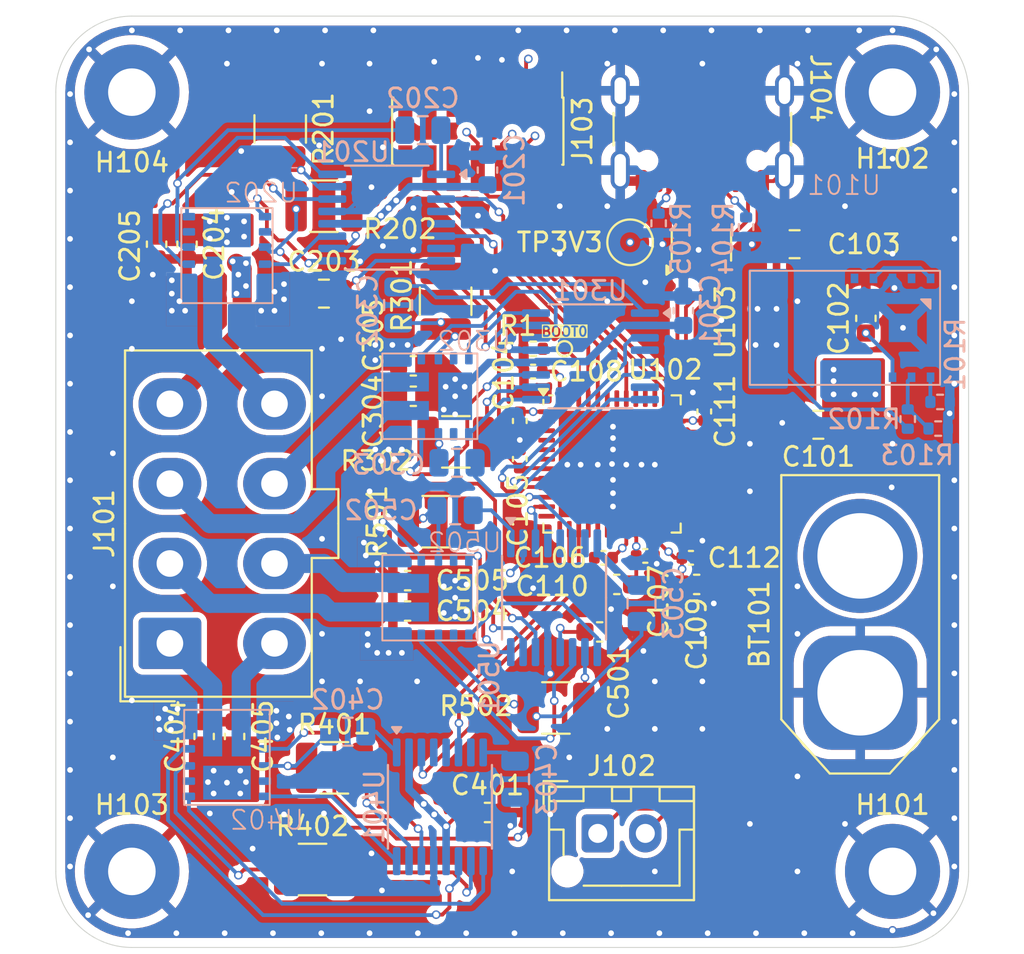
<source format=kicad_pcb>
(kicad_pcb (version 20240108) (generator "pcbnew") (generator_version "8.0")
  (layers (0 "F.Cu" signal) (1 "In1.Cu" signal) (2 "In2.Cu" signal) (31 "B.Cu" signal) (34 "B.Paste" user) (35 "F.Paste" user) (36 "B.SilkS" user "B.Silkscreen") (37 "F.SilkS" user "F.Silkscreen") (38 "B.Mask" user) (39 "F.Mask" user) (44 "Edge.Cuts" user))
  (net 0 "")
  (net 1 "GND")
  (net 2 "+7.5V")
  (net 3 "Net-(U101-VCC)")
  (net 4 "+3.3V")
  (net 5 "/NRST")
  (net 6 "/Motor3/ARM_B_mes")
  (net 7 "Net-(U401-BHB)")
  (net 8 "Net-(U401-AHB)")
  (net 9 "Net-(U301-BHB)")
  (net 10 "/Motor3/ARM_A_mes")
  (net 11 "Net-(U301-AHB)")
  (net 12 "/Motor4/ARM_B_mes")
  (net 13 "/RX")
  (net 14 "/TX")
  (net 15 "/SWCLK")
  (net 16 "/SWDIO")
  (net 17 "/SWO")
  (net 18 "/D-")
  (net 19 "/v_usb")
  (net 20 "/D+")
  (net 21 "Net-(U101-FSW)")
  (net 22 "Net-(U101-FB)")
  (net 23 "Net-(U501-BHB)")
  (net 25 "/Motor4/ARM_A_mes")
  (net 27 "Net-(U501-AHB)")
  (net 31 "Net-(U101-EN)")
  (net 35 "/Motor1/ARM_A_mes")
  (net 38 "/Motor2/ARM_A_mes")
  (net 39 "/USB_DP")
  (net 42 "/Motor1/Cmd_H_A")
  (net 43 "/Motor1/Cmd_H_B")
  (net 44 "/Motor1/Cmd_L_A")
  (net 45 "/Motor1/Cmd_L_B")
  (net 46 "Net-(U301-BHS)")
  (net 47 "Net-(U301-AHS)")
  (net 48 "/Motor2/Cmd_L_B")
  (net 49 "/Motor2/Cmd_L_A")
  (net 50 "/Motor2/Cmd_H_B")
  (net 51 "Net-(U401-BHS)")
  (net 52 "Net-(U401-AHS)")
  (net 53 "/Motor2/Cmd_H_A")
  (net 54 "/Motor1/ARM_B_mes")
  (net 55 "/Motor2/ARM_B_mes")
  (net 56 "/USB_DN")
  (net 66 "Net-(U501-BHS)")
  (net 67 "Net-(U501-AHS)")
  (net 70 "Net-(U102-PB8)")
  (net 74 "/M1_In_B")
  (net 75 "/M1_In_A")
  (net 76 "/M1_ARM_A")
  (net 77 "/M1_ARM_B")
  (net 78 "/M2_In_A")
  (net 80 "/M2_In_B")
  (net 82 "/M2_ARM_A")
  (net 83 "/M2_ARM_B")
  (net 84 "/M4_In_B")
  (net 85 "/M4_In_A")
  (net 86 "/Motor3/Cmd_H_B")
  (net 88 "/Motor3/Cmd_H_A")
  (net 89 "/Motor3/Cmd_L_A")
  (net 90 "/Motor3/Cmd_L_B")
  (net 92 "/M4_ARM_B")
  (net 93 "/M4_ARM_A")
  (net 94 "/Motor4/Cmd_H_A")
  (net 96 "/Motor4/Cmd_L_B")
  (net 97 "/Motor4/Cmd_L_A")
  (net 98 "/M3_In_B")
  (net 99 "/M3_In_A")
  (net 101 "/Motor4/Cmd_H_B")
  (net 102 "/M3_ARM_B")
  (net 103 "/M3_ARM_A")
  (net 104 "Net-(U201-BHB)")
  (net 105 "Net-(U201-AHB)")
  (net 113 "Net-(J104-CC1)")
  (net 115 "Net-(J104-CC2)")
  (net 116 "Net-(U201-BHS)")
  (net 117 "Net-(U201-AHS)")
  (footprint "Resistor_SMD:R_1210_3225Metric" (layer "F.Cu") (at 171 81.6)
    (property "Reference" "R501")
    (property "Value" "0R3")
  )
  (footprint "Capacitor_SMD:C_0603_1608Metric" (layer "F.Cu") (at 180.5 84.9 180)
    (property "Reference" "C110")
    (property "Value" "1u")
  )
  (footprint "Capacitor_SMD:C_0603_1608Metric" (layer "F.Cu") (at 160.4 92.9 90)
    (property "Reference" "C405")
    (property "Value" "10u")
  )
  (footprint "Resistor_SMD:R_1210_3225Metric" (layer "F.Cu") (at 164.5 99.9)
    (property "Reference" "R402")
    (property "Value" "0R3")
  )
  (footprint "MountingHole:MountingHole_2.5mm_Pad_TopBottom" (layer "F.Cu") (at 195 100)
    (property "Reference" "H101")
    (property "Value" "MountingHole_Pad")
  )
  (footprint "Resistor_SMD:R_1210_3225Metric" (layer "F.Cu") (at 162.8 60.9375 -90)
    (property "Reference" "R201")
    (property "Value" "0R3")
  )
  (footprint "Capacitor_SMD:C_0603_1608Metric" (layer "F.Cu") (at 156.3 67 -90)
    (property "Reference" "C205")
    (property "Value" "10u")
  )
  (footprint "Capacitor_SMD:C_0603_1608Metric" (layer "F.Cu") (at 169.8 75 180)
    (property "Reference" "C304")
    (property "Value" "10u")
  )
  (footprint "Capacitor_SMD:C_0603_1608Metric" (layer "F.Cu") (at 158.8 92.9 90)
    (property "Reference" "C404")
    (property "Value" "10u")
  )
  (footprint "Capacitor_SMD:C_0603_1608Metric" (layer "F.Cu") (at 193.6 70.9 90)
    (property "Reference" "C102")
    (property "Value" "1u")
  )
  (footprint "Capacitor_SMD:C_0603_1608Metric" (layer "F.Cu") (at 157.9 67 -90)
    (property "Reference" "C204")
    (property "Value" "10u")
  )
  (footprint "Connector_USB:USB_C_Receptacle_GCT_USB4105-xx-A_16P_TopMnt_Horizontal" (layer "F.Cu") (at 185 60 180)
    (property "Reference" "J104")
    (property "Value" "USB_C_Receptacle_USB2.0_16P")
  )
  (footprint "Capacitor_SMD:C_0603_1608Metric" (layer "F.Cu") (at 169.5 86.3 180)
    (property "Reference" "C504")
    (property "Value" "10u")
  )
  (footprint "Resistor_SMD:R_1210_3225Metric" (layer "F.Cu") (at 172.0375 77.4)
    (property "Reference" "R302")
    (property "Value" "0R3")
  )
  (footprint "Capacitor_SMD:C_0402_1005Metric" (layer "F.Cu") (at 182 83.4)
    (property "Reference" "C107")
    (property "Value" "100n")
  )
  (footprint "Capacitor_SMD:C_0402_1005Metric" (layer "F.Cu") (at 185.1 75.8 90)
    (property "Reference" "C111")
    (property "Value" "100n")
  )
  (footprint "Capacitor_SMD:C_0603_1608Metric" (layer "F.Cu") (at 184.7 84.9)
    (property "Reference" "C109")
    (property "Value" "10u")
  )
  (footprint "Package_DFN_QFN:QFN-48-1EP_7x7mm_P0.5mm_EP5.6x5.6mm" (layer "F.Cu") (at 180.25 78.5625)
    (property "Reference" "U102")
    (property "Value" "STM32G431CBUx")
  )
  (footprint "TestPoint:TestPoint_Pad_D2.0mm" (layer "F.Cu") (at 181.2 66.9)
    (property "Reference" "TP3V3")
    (property "Value" "3.3V")
  )
  (footprint "Capacitor_SMD:C_0402_1005Metric" (layer "F.Cu") (at 179.8 83.5 180)
    (property "Reference" "C106")
    (property "Value" "100n")
  )
  (footprint "Resistor_SMD:R_1210_3225Metric" (layer "F.Cu") (at 171.5 70 90)
    (property "Reference" "R301")
    (property "Value" "0R3")
  )
  (footprint "Capacitor_SMD:C_0402_1005Metric" (layer "F.Cu") (at 175.4 78.3 90)
    (property "Reference" "C105")
    (property "Value" "10n")
  )
  (footprint "Resistor_SMD:R_1210_3225Metric" (layer "F.Cu") (at 165.1 65)
    (property "Reference" "R202")
    (property "Value" "0R3")
  )
  (footprint "Capacitor_SMD:C_0805_2012Metric" (layer "F.Cu") (at 191.1 76.5 180)
    (property "Reference" "C101")
    (property "Value" "10u")
  )
  (footprint "Capacitor_SMD:C_0402_1005Metric" (layer "F.Cu") (at 175.4 76.3 -90)
    (property "Reference" "C104")
    (property "Value" "100n")
  )
  (footprint "Capacitor_SMD:C_0603_1608Metric" (layer "F.Cu") (at 169.5 84.7 180)
    (property "Reference" "C505")
    (property "Value" "10u")
  )
  (footprint "Connector_AMASS:AMASS_XT60-M_1x02_P7.20mm_Vertical" (layer "F.Cu") (at 193.3 90.6 90)
    (property "Reference" "BT101")
    (property "Value" "XT60")
  )
  (footprint "Capacitor_SMD:C_0603_1608Metric" (layer "F.Cu") (at 179.6 87.4)
    (property "Reference" "C501")
    (property "Value" "2u2")
  )
  (footprint "Connector_JST:JST_XH_B2B-XH-AM_1x02_P2.50mm_Vertical" (layer "F.Cu") (at 179.5 98)
    (property "Reference" "J102")
    (property "Value" "UART")
  )
  (footprint "Capacitor_SMD:C_0402_1005Metric" (layer "F.Cu") (at 184.4 83.5)
    (property "Reference" "C112")
    (property "Value" "100n")
  )
  (footprint "Resistor_SMD:R_1210_3225Metric" (layer "F.Cu") (at 177.3 91.4)
    (property "Reference" "R502")
    (property "Value" "0R3")
  )
  (footprint "Capacitor_SMD:C_0805_2012Metric" (layer "F.Cu") (at 165.1 69.6)
    (property "Reference" "C203")
    (property "Value" "1u")
  )
  (footprint "CustomLibrary:TestPoint_Pad_D0.5mm" (layer "F.Cu") (at 177.8 72.5)
    (property "Reference" "BOOT0")
    (property "Value" "BOOT0")
  )
  (footprint "Resistor_SMD:R_0402_1005Metric" (layer "F.Cu") (at 176.1 72.5 180)
    (property "Reference" "R1")
    (property "Value" "10k")
  )
  (footprint "Capacitor_SMD:C_0603_1608Metric" (layer "F.Cu") (at 169.8 73.4 180)
    (property "Reference" "C305")
    (property "Value" "10u")
  )
  (footprint "Capacitor_SMD:C_0402_1005Metric" (layer "F.Cu") (at 176.1 73.7 180)
    (property "Reference" "C108")
    (property "Value" "100n")
  )
  (footprint "Connector_PinHeader_1.27mm:PinHeader_2x07_P1.27mm_Vertical_SMD" (layer "F.Cu") (at 173.19 61.05 -90)
    (property "Reference" "J103")
    (property "Value" "Conn_ST_STDC14")
  )
  (footprint "Connector_Molex:Molex_Mini-Fit_Jr_5566-08A_2x04_P4.20mm_Vertical" (layer "F.Cu") (at 157 88 90)
    (property "Reference" "J101")
    (property "Value" "Conn_02x04_Odd_Even")
  )
  (footprint "Resistor_SMD:R_1210_3225Metric" (layer "F.Cu") (at 165.65 94.55)
    (property "Reference" "R401")
    (property "Value" "0R3")
  )
  (footprint "Capacitor_SMD:C_0805_2012Metric" (layer "F.Cu") (at 189.85 67)
    (property "Reference" "C103")
    (property "Value" "47u")
  )
  (footprint "MountingHole:MountingHole_2.5mm_Pad_TopBottom" (layer "F.Cu") (at 195 59)
    (property "Reference" "H102")
    (property "Value" "MountingHole_Pad")
  )
  (footprint "MountingHole:MountingHole_2.5mm_Pad_TopBottom" (layer "F.Cu") (at 155 100)
    (property "Reference" "H103")
    (property "Value" "MountingHole_Pad")
  )
  (footprint "Capacitor_SMD:C_0603_1608Metric" (layer "F.Cu") (at 173.7 96.9)
    (property "Reference" "C401")
    (property "Value" "2u2")
  )
  (footprint "MountingHole:MountingHole_2.5mm_Pad_TopBottom" (layer "F.Cu") (at 155 59)
    (property "Reference" "H104")
    (property "Value" "MountingHole_Pad")
  )
  (footprint "Package_TO_SOT_SMD:SOT-23-6" (layer "F.Cu") (at 184.95 67.0625 90)
    (property "Reference" "U103")
    (property "Value" "USBLC6-2SC6")
  )
  (footprint "Package_SO:TSSOP-16_4.4x5mm_P0.65mm" (layer "B.Cu") (at 168.4 65.6 180)
    (property "Reference" "U201")
    (property "Value" "MIC4606")
  )
  (footprint "CustomLibrary:WPME-VDLM" (layer "B.Cu") (at 192.5 71.4 180)
    (property "Reference" "U101")
    (property "Value" "WPME-VDLM")
  )
  (footprint "Capacitor_SMD:C_0805_2012Metric" (layer "B.Cu") (at 181.8 85.9 90)
    (property "Reference" "C503")
    (property "Value" "1u")
  )
  (footprint "CustomLibrary:FDMQ86530L" (layer "B.Cu") (at 160 67.6 -90)
    (property "Reference" "U202")
    (property "Value" "FDMQ86530L")
  )
  (footprint "Capacitor_SMD:C_0603_1608Metric" (layer "B.Cu") (at 184 70.5 90)
    (property "Reference" "C301")
    (property "Value" "2u2")
  )
  (footprint "Capacitor_SMD:C_0603_1608Metric" (layer "B.Cu") (at 173.7 63.1 90)
    (property "Reference" "C201")
    (property "Value" "2u2")
  )
  (footprint "Capacitor_SMD:C_0805_2012Metric" (layer "B.Cu") (at 172.1 78.5)
    (property "Reference" "C303")
    (property "Value" "1u")
  )
  (footprint "Resistor_SMD:R_0402_1005Metric" (layer "B.Cu") (at 187.3 66.1 -90)
    (property "Reference" "R104")
    (property "Value" "5k1")
  )
  (footprint "Capacitor_SMD:C_0805_2012Metric" (layer "B.Cu") (at 169 70.2 -90)
    (property "Reference" "C302")
    (property "Value" "1u")
  )
  (footprint "Capacitor_SMD:C_0805_2012Metric" (layer "B.Cu") (at 170.3 61 180)
    (property "Reference" "C202")
    (property "Value" "1u")
  )
  (footprint "CustomLibrary:FDMQ86530L" (layer "B.Cu") (at 160 94 90)
    (property "Reference" "U402")
    (property "Value" "FDMQ86530L")
  )
  (footprint "Resistor_SMD:R_0402_1005Metric" (layer "B.Cu") (at 182.7 65.9 90)
    (property "Reference" "R105")
    (property "Value" "5k1")
  )
  (footprint "Resistor_SMD:R_0402_1005Metric" (layer "B.Cu") (at 197.5 75.3)
    (property "Reference" "R101")
    (property "Value" "1k8")
  )
  (footprint "Capacitor_SMD:C_0805_2012Metric" (layer "B.Cu") (at 172 81 180)
    (property "Reference" "C502")
    (property "Value" "1u")
  )
  (footprint "Resistor_SMD:R_0402_1005Metric" (layer "B.Cu") (at 197.4 76.7)
    (property "Reference" "R103")
    (property "Value" "2k7")
  )
  (footprint "Package_SO:TSSOP-16_4.4x5mm_P0.65mm" (layer "B.Cu") (at 171.2 96.6 -90)
    (property "Reference" "U401")
    (property "Value" "MIC4606")
  )
  (footprint "Package_SO:TSSOP-16_4.4x5mm_P0.65mm" (layer "B.Cu") (at 179.1125 72.9 180)
    (property "Reference" "U301")
    (property "Value" "MIC4606")
  )
  (footprint "Capacitor_SMD:C_0805_2012Metric" (layer "B.Cu") (at 166.35 92.65 180)
    (property "Reference" "C402")
    (property "Value" "1u")
  )
  (footprint "Resistor_SMD:R_0402_1005Metric" (layer "B.Cu") (at 195.8 76.2 90)
    (property "Reference" "R102")
    (property "Value" "7k5")
  )
  (footprint "CustomLibrary:FDMQ86530L" (layer "B.Cu") (at 170.67 85.6 180)
    (property "Reference" "U502")
    (property "Value" "FDMQ86530L")
  )
  (footprint "CustomLibrary:FDMQ86530L" (layer "B.Cu") (at 170.67 75 180)
    (property "Reference" "U302")
    (property "Value" "FDMQ86530L")
  )
  (footprint "Package_SO:TSSOP-16_4.4x5mm_P0.65mm" (layer "B.Cu") (at 177.2 85.6 -90)
    (property "Reference" "U501")
    (property "Value" "MIC4606")
  )
  (footprint "Capacitor_SMD:C_0805_2012Metric" (layer "B.Cu") (at 175.15 95.15 90)
    (property "Reference" "C403")
    (property "Value" "1u")
  )
  (gr_line (start 151 59) (end 151 100) (stroke (width 0.05)) (layer "Edge.Cuts"))
  (gr_arc (start 155 104) (mid 152.171573 102.828427) (end 151 100) (stroke (width 0.05)) (layer "Edge.Cuts"))
  (gr_line (start 155 104) (end 195 104) (stroke (width 0.05)) (layer "Edge.Cuts"))
  (gr_line (start 195 55) (end 155 55) (stroke (width 0.05)) (layer "Edge.Cuts"))
  (gr_arc (start 199 100) (mid 197.828427 102.828427) (end 195 104) (stroke (width 0.05)) (layer "Edge.Cuts"))
  (gr_arc (start 195 55) (mid 197.828427 56.171573) (end 199 59) (stroke (width 0.05)) (layer "Edge.Cuts"))
  (gr_line (start 199 59) (end 199 100) (stroke (width 0.05)) (layer "Edge.Cuts"))
  (gr_arc (start 151 59) (mid 152.171573 56.171573) (end 155 55) (stroke (width 0.05)) (layer "Edge.Cuts"))
  (segment (start 169.025 73.4) (end 168.1 73.4) (width 0.2) (layer "F.Cu") (net 1))
  (segment (start 179.32 84.495) (end 179.725 84.9) (width 0.2) (layer "F.Cu") (net 1))
  (segment (start 170.65 57.567008) (end 170.7 57.517008) (width 0.2) (layer "F.Cu") (net 1))
  (segment (start 184.95 68.2) (end 184.95 67.45) (width 0.2) (layer "F.Cu") (net 1))
  (segment (start 188.2 63.68) (end 188.745 63.68) (width 0.2) (layer "F.Cu") (net 1))
  (segment (start 168.6 86.3) (end 167.4 87.5) (width 0.4) (layer "F.Cu") (net 1))
  (segment (start 182.6 83.812722) (end 182.6 83.52) (width 0.2) (layer "F.Cu") (net 1))
  (segment (start 158.075 92.125) (end 157.4 91.45) (width 0.2) (layer "F.Cu") (net 1))
  (segment (start 168.1 73.4) (end 167.8 73.1) (width 0.2) (layer "F.Cu") (net 1))
  (segment (start 188.745 63.68) (end 189.32 63.105) (width 0.2) (layer "F.Cu") (net 1))
  (segment (start 157.9 67.875) (end 157.9 68.4375) (width 0.2) (layer "F.Cu") (net 1))
  (segment (start 174.475 97.175) (end 174.9 97.6) (width 0.2) (layer "F.Cu") (net 1))
  (segment (start 185 82.6) (end 185 83.38) (width 0.2) (layer "F.Cu") (net 1))
  (segment (start 181.255 63.68) (end 180.68 63.105) (width 0.2) (layer "F.Cu") (net 1))
  (segment (start 185.02 75.32) (end 184.5 74.8) (width 0.2) (layer "F.Cu") (net 1))
  (segment (start 174.825 72.4) (end 174.825 72.905) (width 0.2) (layer "F.Cu") (net 1))
  (segment (start 156.3 68.4) (end 156.1 68.6) (width 0.2) (layer "F.Cu") (net 1))
  (segment (start 194.9 69.3) (end 195.1 69.3) (width 0.2) (layer "F.Cu") (net 1))
  (segment (start 167.9 83.875) (end 168.625 84.6) (width 0.4) (layer "F.Cu") (net 1))
  (segment (start 170.7 57.5) (end 170.717008 57.5) (width 0.2) (layer "F.Cu") (net 1))
  (segment (start 174.475 96.9) (end 174.475 97.175) (width 0.2) (layer "F.Cu") (net 1))
  (segment (start 189.3 76.5) (end 189.2 76.4) (width 0.2) (layer "F.Cu") (net 1))
  (segment (start 181.8 63.68) (end 181.255 63.68) (width 0.2) (layer "F.Cu") (net 1))
  (segment (start 185.475 85.775) (end 185.6 85.9) (width 0.2) (layer "F.Cu") (net 1))
  (segment (start 180.9 87.4) (end 181.9 88.4) (width 0.2) (layer "F.Cu") (net 1))
  (segment (start 157.9 68.4375) (end 157.4375 68.9) (width 0.2) (layer "F.Cu") (net 1))
  (segment (start 170.7 57.517008) (end 170.7 57.5) (width 0.2) (layer "F.Cu") (net 1))
  (segment (start 174.925 72.5) (end 174.825 72.4) (width 0.2) (layer "F.Cu") (net 1))
  (segment (start 180.4 87.4) (end 180.9 87.4) (width 0.2) (layer "F.Cu") (net 1))
  (segment (start 194.075 70.125) (end 194.9 69.3) (width 0.2) (layer "F.Cu") (net 1))
  (segment (start 185.1 75.32) (end 185.02 75.32) (width 0.2) (layer "F.Cu") (net 1))
  (segment (start 167.9 83.8) (end 167.9 83.875) (width 0.4) (layer "F.Cu") (net 1))
  (segment (start 174.825 72.905) (end 175.62 73.7) (width 0.2) (layer "F.Cu") (net 1))
  (segment (start 160.4 92.125) (end 162.025 92.125) (width 0.2) (layer "F.Cu") (net 1))
  (segment (start 173.19 59.1) (end 173.19 57.3) (width 0.2) (layer "F.Cu") (net 1))
  (segment (start 174.46 59.1) (end 174.46 57.3) (width 0.2) (layer "F.Cu") (net 1))
  (segment (start 170.65 59.1) (end 170.65 57.567008) (width 0.2) (layer "F.Cu") (net 1))
  (segment (start 168.725 86.3) (end 168.6 86.3) (width 0.4) (layer "F.Cu") (net 1))
  (segment (start 175.59 72.5) (end 174.925 72.5) (width 0.2) (layer "F.Cu") (net 1))
  (segment (start 180.2 85.375) (end 179.725 84.9) (width 0.2) (layer "F.Cu") (net 1))
  (segment (start 157.4375 68.9) (end 157.1 68.9) (width 0.2) (layer "F.Cu") (net 1))
  (segment (start 170.717008 57.5) (end 170.688412 57.528596) (width 0.2) (layer "F.Cu") (net 1))
  (segment (start 184.95 67.45) (end 184.8 67.3) (width 0.2) (layer "F.Cu") (net 1))
  (segment (start 162.025 92.125) (end 162.6 91.55) (width 0.2) (layer "F.Cu") (net 1))
  (segment (start 182.6 83.52) (end 182.48 83.4) (width 0.2) (layer "F.Cu") (net 1))
  (segment (start 180.2 86.2) (end 180.2 85.375) (width 0.2) (layer "F.Cu") (net 1))
  (segment (start 175.4 77.82) (end 175.4 77.3) (width 0.2) (layer "F.Cu") (net 1))
  (segment (start 179.32 83.5) (end 179.32 84.495) (width 0.2) (layer "F.Cu") (net 1))
  (segment (start 168.625 84.6) (end 168.625 84.625) (width 0.4) (layer "F.Cu") (net 1))
  (segment (start 190.15 76.5) (end 189.3 76.5) (width 0.2) (layer "F.Cu") (net 1))
  (segment (start 193.6 70.125) (end 194.075 70.125) (width 0.2) (layer "F.Cu") (net 1))
  (segment (start 175.4 77.3) (end 175.4 76.78) (width 0.2) (layer "F.Cu") (net 1))
  (segment (start 185 83.38) (end 184.88 83.5) (width 0.2) (layer "F.Cu") (net 1))
  (segment (start 156.3 67.775) (end 156.3 68.4) (width 0.2) (layer "F.Cu") (net 1))
  (segment (start 185.475 84.9) (end 185.475 85.775) (width 0.2) (layer "F.Cu") (net 1))
  (segment (start 158.8 92.125) (end 158.075 92.125) (width 0.2) (layer "F.Cu") (net 1))
  (via (at 163 97) (size 0.45) (drill 0.3) (layers "F.Cu" "B.Cu") (net 1))
  (via (at 177 97) (size 0.45) (drill 0.3) (layers "F.Cu" "B.Cu") (net 1))
  (via (at 170.04 103.25) (size 0.45) (drill 0.3) (layers "F.Cu" "B.Cu") (net 1))
  (via (at 168.2 67.1) (size 0.45) (drill 0.3) (layers "F.Cu" "B.Cu") (net 1))
  (via (at 160.75 62.1) (size 0.45) (drill 0.3) (layers "F.Cu" "B.Cu") (net 1))
  (via (at 198.25 97.2) (size 0.45) (drill 0.3) (layers "F.Cu" "B.Cu") (net 1))
  (via (at 151.75 97.2) (size 0.45) (drill 0.3) (layers "F.Cu" "B.Cu") (net 1))
  (via (at 182.94 55.75) (size 0.45) (drill 0.3) (layers "F.Cu" "B.Cu") (net 1))
  (via (at 162.65 92.95) (size 0.45) (drill 0.3) (layers "F.Cu" "B.Cu") (net 1))
  (via (at 180.3 77.2) (size 0.45) (drill 0.3) (layers "F.Cu" "B.Cu") (net 1))
  (via (at 198.25 64.18) (size 0.45) (drill 0.3) (layers "F.Cu" "B.Cu") (net 1))
  (via (at 151.75 69.26) (size 0.45) (drill 0.3) (layers "F.Cu" "B.Cu") (net 1))
  (via (at 151.75 61.64) (size 0.45) (drill 0.3) (layers "F.Cu" "B.Cu") (net 1))
  (via (at 165 87.5) (size 0.45) (drill 0.3) (layers "F.Cu" "B.Cu") (net 1))
  (via (at 156.45 92.55) (size 0.45) (drill 0.3) (layers "F.Cu" "B.Cu") (net 1))
  (via (at 180.3 80.1) (size 0.45) (drill 0.3) (layers "F.Cu" "B.Cu") (net 1))
  (via (at 180.3 76.6) (size 0.45) (drill 0.3) (layers "F.Cu" "B.Cu") (net 1))
  (via (at 198 75.9) (size 0.45) (drill 0.3) (layers "F.Cu" "B.Cu") (net 1))
  (via (at 173.2 57.2) (size 0.45) (drill 0.3) (layers "F.Cu" "B.Cu") (net 1))
  (via (at 195 62.5) (size 0.45) (drill 0.3) (layers "F.Cu" "B.Cu") (net 1))
  (via (at 185.48 55.75) (size 0.45) (drill 0.3) (layers "F.Cu" "B.Cu") (net 1))
  (via (at 168.8 78.3) (size 0.45) (drill 0.3) (layers "F.Cu" "B.Cu") (net 1))
  (via (at 156.4 91.95) (size 0.45) (drill 0.3) (layers "F.Cu" "B.Cu") (net 1))
  (via (at 174.825 72.4) (size 0.45) (drill 0.3) (layers "F.Cu" "B.Cu") (net 1))
  (via (at 168.7 72.3) (size 0.45) (drill 0.3) (layers "F.Cu" "B.Cu") (net 1))
  (via (at 190 85) (size 0.45) (drill 0.3) (layers "F.Cu" "B.Cu") (net 1))
  (via (at 172.58 103.25) (size 0.45) (drill 0.3) (layers "F.Cu" "B.Cu") (net 1))
  (via (at 175.4 77.3) (size 0.45) (drill 0.3) (layers "F.Cu" "B.Cu") (net 1))
  (via (at 197.3 56.75) (size 0.45) (drill 0.3) (layers "F.Cu" "B.Cu") (net 1))
  (via (at 189.2 76.4) (size 0.45) (drill 0.3) (layers "F.Cu" "B.Cu") (net 1))
  (via (at 169.5 72.3) (size 0.45) (drill 0.3) (layers "F.Cu" "B.Cu") (net 1))
  (via (at 185 57.5) (size 0.45) (drill 0.3) (layers "F.Cu" "B.Cu") (net 1))
  (via (at 195 77.5) (size 0.45) (drill 0.3) (layers "F.Cu" "B.Cu") (net 1))
  (via (at 170 90) (size 0.45) (drill 0.3) (layers "F.Cu" "B.Cu") (net 1))
  (via (at 180.3 80.8) (size 0.45) (drill 0.3) (layers "F.Cu" "B.Cu") (net 1))
  (via (at 165 57.5) (size 0.45) (drill 0.3) (layers "F.Cu" "B.Cu") (net 1))
  (via (at 165 90) (size 0.45) (drill 0.3) (layers "F.Cu" "B.Cu") (net 1))
  (via (at 182 69) (size 0.45) (drill 0.3) (layers "F.Cu" "B.Cu") (net 1))
  (via (at 177.5 67.5) (size 0.45) (drill 0.3) (layers "F.Cu" "B.Cu") (net 1))
  (via (at 167 67.9) (size 0.45) (drill 0.3) (layers "F.Cu" "B.Cu") (net 1))
  (via (at 175.12 103.25) (size 0.45) (drill 0.3) (layers "F.Cu" "B.Cu") (net 1))
  (via (at 169.8 65.1) (size 0.45) (drill 0.3) (layers "F.Cu" "B.Cu") (net 1))
  (via (at 167.299998 83.375002) (size 0.45) (drill 0.3) (layers "F.Cu" "B.Cu") (net 1))
  (via (at 155 91) (size 0.45) (drill 0.3) (layers "F.Cu" "B.Cu") (net 1))
  (via (at 157.1 69.6) (size 0.45) (drill 0.3) (layers "F.Cu" "B.Cu") (net 1))
  (via (at 167.9 88.5) (size 0.45) (drill 0.3) (layers "F.Cu" "B.Cu") (net 1))
  (via (at 174.46 57.3) (size 0.45) (drill 0.3) (layers "F.Cu" "B.Cu") (net 1))
  (via (at 177.66 103.25) (size 0.45) (drill 0.3) (layers "F.Cu" "B.Cu") (net 1))
  (via (at 180.3 77.8) (size 0.45) (drill 0.3) (layers "F.Cu" "B.Cu") (net 1))
  (via (at 177.86 55.75) (size 0.45) (drill 0.3) (layers "F.Cu" "B.Cu") (net 1))
  (via (at 157.4 91.45) (size 0.45) (drill 0.3) (layers "F.Cu" "B.Cu") (net 1))
  (via (at 157.1 68.9) (size 0.45) (drill 0.3) (layers "F.Cu" "B.Cu") (net 1))
  (via (at 198.25 69.26) (size 0.45) (drill 0.3) (layers "F.Cu" "B.Cu") (net 1))
  (via (at 194.954395 79.79249) (size 0.45) (drill 0.3) (layers "F.Cu" "B.Cu") (net 1))
  (via (at 182.9 67) (size 0.45) (drill 0.3) (layers "F.Cu" "B.Cu") (net 1))
  (via (at 179.5 78.6) (size 0.45) (drill 0.3) (layers "F.Cu" "B.Cu") (net 1))
  (via (at 167.6 99.05) (size 0.45) (drill 0.3) (layers "F.Cu" "B.Cu") (net 1))
  (via (at 187.82 103.25) (size 0.45) (drill 0.3) (layers "F.Cu" "B.Cu") (net 1))
  (via (at 190 70) (size 0.45) (drill 0.3) (layers "F.Cu" "B.Cu") (net 1))
  (via (at 155 70) (size 0.45) (drill 0.3) (layers "F.Cu" "B.Cu") (net 1))
  (via (at 198.25 59.1) (size 0.45) (drill 0.3) (layers "F.Cu" "B.Cu") (net 1))
  (via (at 181.8 78.6) (size 0.45) (drill 0.3) (layers "F.Cu" "B.Cu") (net 1))
  (via (at 198.25 94.66) (size 0.45) (drill 0.3) (layers "F.Cu" "B.Cu") (net 1))
  (via (at 151.75 87.04) (size 0.45) (drill 0.3) (layers "F.Cu" "B.Cu") (net 1))
  (via (at 167.5 60) (size 0.45) (drill 0.3) (layers "F.Cu" "B.Cu") (net 1))
  (via (at 162.62 55.75) (size 0.45) (drill 0.3) (layers "F.Cu" "B.Cu") (net 1))
  (via (at 185 90) (size 0.45) (drill 0.3) (layers "F.Cu" "B.Cu") (net 1))
  (via (at 157.54 55.75) (size 0.45) (drill 0.3) (layers "F.Cu" "B.Cu") (net 1))
  (via (at 198.25 71.8) (size 0.45) (drill 0.3) (layers "F.Cu" "B.Cu") (net 1))
  (via (at 161.8 70.5) (size 0.45) (drill 0.3) (layers "F.Cu" "B.Cu") (net 1))
  (via (at 195 67.5) (size 0.45) (drill 0.3) (layers "F.Cu" "B.Cu") (net 1))
  (via (at 184.5 74.8) (size 0.45) (drill 0.3) (layers "F.Cu" "B.Cu") (net 1))
  (via (at 168.5 77.8) (size 0.45) (drill 0.3) (layers "F.Cu" "B.Cu") (net 1))
  (via (at 185 87.5) (size 0.45) (drill 0.3) (layers "F.Cu" "B.Cu") (net 1))
  (via (at 198.25 87.04) (size 0.45) (drill 0.3) (layers "F.Cu" "B.Cu") (net 1))
  (via (at 167.4 87.5) (size 0.45) (drill 0.3) (layers "F.Cu" "B.Cu") (net 1))
  (via (at 180 70) (size 0.45) (drill 0.3) (layers "F.Cu" "B.Cu") (net 1))
  (via (at 152.75 56.75) (size 0.45) (drill 0.3) (layers "F.Cu" "B.Cu") (net 1))
  (via (at 167 90) (size 0.45) (drill 0.3) (layers "F.Cu" "B.Cu") (net 1))
  (via (at 165 72.5) (size 0.45) (drill 0.3) (layers "F.Cu" "B.Cu") (net 1))
  (via (at 160.25 64.25) (size 0.45) (drill 0.3) (layers "F.Cu" "B.Cu") (net 1))
  (via (at 167.5 80) (size 0.45) (drill 0.3) (layers "F.Cu" "B.Cu") (net 1))
  (via (at 164.96 103.25) (size 0.45) (drill 0.3) (layers "F.Cu" "B.Cu") (net 1))
  (via (at 157.5 70) (size 0.45) (drill 0.3) (layers "F.Cu" "B.Cu") (net 1))
  (via (at 180 65) (size 0.45) (drill 0.3) (layers "F.Cu" "B.Cu") (net 1))
  (via (at 151.75 59.1) (size 0.45) (drill 0.3) (layers "F.Cu" "B.Cu") (net 1))
  (via (at 162.5 70.5) (size 0.45) (drill 0.3) (layers "F.Cu" "B.Cu") (net 1))
  (via (at 167.4 88.1) (size 0.45) (drill 0.3) (layers "F.Cu" "B.Cu") (net 1))
  (via (at 159.88 103.25) (size 0.45) (drill 0.3) (layers "F.Cu" "B.Cu") (net 1))
  (via (at 154.8 103.25) (size 0.45) (drill 0.3) (layers "F.Cu" "B.Cu") (net 1))
  (via (at 163.3 92.55) (size 0.45) (drill 0.3) (layers "F.Cu" "B.Cu") (net 1))
  (via (at 197.15 102.2) (size 0.45) (drill 0.3) (layers "F.Cu" "B.Cu") (net 1))
  (via (at 154 94) (size 0.45) (drill 0.3) (layers "F.Cu" "B.Cu") (net 1))
  (via (at 152.7 102.3) (size 0.45) (drill 0.3) (layers "F.Cu" "B.Cu") (net 1))
  (via (at 151.75 94.66) (size 0.45) (drill 0.3) (layers "F.Cu" "B.Cu") (net 1))
  (via (at 160 57.5) (size 0.45) (drill 0.3) (layers "F.Cu" "B.Cu") (net 1))
  (via (at 187.5 77.5) (size 0.45) (drill 0.3) (layers "F.Cu" "B.Cu") (net 1))
  (via (at 169.2 88.5) (size 0.45) (drill 0.3) (layers "F.Cu" "B.Cu") (net 1))
  (via (at 184.8 67.3) (size 0.45) (drill 0.3) (layers "F.Cu" "B.Cu") (net 1))
  (via (at 190.36 103.25) (size 0.45) (drill 0.3) (layers "F.Cu" "B.Cu") (net 1))
  (via (at 157.1 70.5) (size 0.45) (drill 0.3) (layers "F.Cu" "B.Cu") (net 1))
  (via (at 180.3 79.4) (size 0.45) (drill 0.3) (layers "F.Cu" "B.Cu") (net 1))
  (via (at 157.05 92.55) (size 0.45) (drill 0.3) (layers "F.Cu" "B.Cu") (net 1))
  (via (at 168.1 78.4) (size 0.45) (drill 0.3) (layers "F.Cu" "B.Cu") (net 1))
  (via (at 154 78) (size 0.45) (drill 0.3) (layers "F.Cu" "B.Cu") (net 1))
  (via (at 190 95) (size 0.45) (drill 0.3) (layers "F.Cu" "B.Cu") (net 1))
  (via (at 165.16 55.75) (size 0.45) (drill 0.3) (layers "F.Cu" "B.Cu") (net 1))
  (via (at 190 100) (size 0.45) (drill 0.3) (layers "F.Cu" "B.Cu") (net 1))
  (via (at 167.8 77.8) (size 0.45) (drill 0.3) (layers "F.Cu" "B.Cu") (net 1))
  (via (at 168.15 101) (size 0.45) (drill 0.3) (layers "F.Cu" "B.Cu") (net 1))
  (via (at 157.34 103.25) (size 0.45) (drill 0.3) (layers "F.Cu" "B.Cu") (net 1))
  (via (at 198.25 84.5) (size 0.45) (drill 0.3) (layers "F.Cu" "B.Cu") (net 1))
  (via (at 180 57.5) (size 0.45) (drill 0.3) (layers "F.Cu" "B.Cu") (net 1))
  (via (at 185.6 85.9) (size 0.45) (drill 0.3) (layers "F.Cu" "B.Cu") (net 1))
  (via (at 155 72.5) (size 0.45) (drill 0.3) (layers "F.Cu" "B.Cu") (net 1))
  (via (at 185.28 103.25) (size 0.45) (drill 0.3) (layers "F.Cu" "B.Cu") (net 1))
  (via (at 167.5 103.25) (size 0.45) (drill 0.3) (layers "F.Cu" "B.Cu") (net 1))
  (via (at 167.8 73.1) (size 0.45) (drill 0.3) (layers "F.Cu" "B.Cu") (net 1))
  (via (at 195 55.75) (size 0.45) (drill 0.3) (layers "F.Cu" "B.Cu") (net 1))
  (via (at 151.75 64.18) (size 0.45) (drill 0.3) (layers "F.Cu" "B.Cu") (net 1))
  (via (at 168.5 88.5) (size 0.45) (drill 0.3) (layers "F.Cu" "B.Cu") (net 1))
  (via (at 178.6 78.6) (size 0.45) (drill 0.3) (layers "F.Cu" "B.Cu") (net 1))
  (via (at 174.1 68.4) (size 0.45) (drill 0.3) (layers "F.Cu" "B.Cu") (net 1))
  (via (at 180.2 103.25) (size 0.45) (drill 0.3) (layers "F.Cu" "B.Cu") (net 1))
  (via (at 187.5 80) (size 0.45) (drill 0.3) (layers "F.Cu" "B.Cu") (net 1))
  (via (at 156.1 68.6) (size 0.45) (drill 0.3) (layers "F.Cu" "B.Cu") (net 1))
  (via (at 182.5 100) (size 0.45) (drill 0.3) (layers "F.Cu" "B.Cu") (net 1))
  (via (at 151.75 89.58) (size 0.45) (drill 0.3) (layers "F.Cu" "B.Cu") (net 1))
  (via (at 163.25 91.85) (size 0.45) (drill 0.3) (layers "F.Cu" "B.Cu") (net 1))
  (via (at 167.7 55.75) (size 0.45) (drill 0.3) (layers "F.Cu" "B.Cu") (net 1))
  (via (at 180 92.5) (size 0.45) (drill 0.3) (layers "F.Cu" "B.Cu") (net 1))
  (via (at 167.8 83) (size 0.45) (drill 0.3) (layers "F.Cu" "B.Cu") (net 1))
  (via (at 161.35 98.8) (size 0.45) (drill 0.3) (layers "F.Cu" "B.Cu") (net 1))
  (via (at 182.5 92.5) (size 0.45) (drill 0.3) (layers "F.Cu" "B.Cu") (net 1))
  (via (at 177.5 65) (size 0.45) (drill 0.3) (layers "F.Cu" "B.Cu") (net 1))
  (via (at 177 89.6) (size 0.45) (drill 0.3) (layers "F.Cu" "B.Cu") (net 1))
  (via (at 192.5 97.5) (size 0.45) (drill 0.3) (layers "F.Cu" "B.Cu") (net 1))
  (via (at 151.75 81.96) (size 0.45) (drill 0.3) (layers "F.Cu" "B.Cu") (net 1))
  (via (at 185 92.5) (size 0.45) (drill 0.3) (layers "F.Cu" "B.Cu") (net 1))
  (via (at 182.5 90) (size 0.45) (drill 0.3) (layers "F.Cu" "B.Cu") (net 1))
  (via (at 162.6 92.2) (size 0.45) (drill 0.3) (layers "F.Cu" "B.Cu") (net 1))
  (via (at 198.25 81.96) (size 0.45) (drill 0.3) (layers "F.Cu" "B.Cu") (net 1))
  (via (at 195 103.1) (size 0.45) (drill 0.3) (layers "F.Cu" "B.Cu") (net 1))
  (via (at 167.6 64) (size 0.45) (drill 0.3) (layers "F.Cu" "B.Cu") (net 1))
  (via (at 167.5 57.5) (size 0.45) (drill 0.3) (layers "F.Cu" "B.Cu") (net 1))
  (via (at 167.9 83.8) (size 0.45) (drill 0.3) (layers "F.Cu" "B.Cu") (net 1))
  (via (at 169.2 77.8) (size 0.45) (drill 0.3) (layers "F.Cu" "B.Cu") (net 1))
  (via (at 180.25 78.5625) (size 0.45) (drill 0.3) (layers "F.Cu" "B.Cu") (net 1))
  (via (at 187.6 67) (size 0.45) (drill 0.3) (layers "F.Cu" "B.Cu") (net 1))
  (via (at 167.2 82.7) (size 0.45) (drill 0.3) (layers "F.Cu" "B.Cu") (net 1))
  (via (at 154 85) (size 0.45) (drill 0.3) (layers "F.Cu" "B.Cu") (net 1))
  (via (at 195.1 69.3) (size 0.45) (drill 0.3) (layers "F.Cu" "B.Cu") (net 1))
  (via (at 192.9 103.25) (size 0.45) (drill 0.3) (layers "F.Cu" "B.Cu") (net 1))
  (via (at 193.25 55.75) (size 0.45) (drill 0.3) (layers "F.Cu" "B.Cu") (net 1))
  (via (at 198.25 66.72) (size 0.45) (drill 0.3) (layers "F.Cu" "B.Cu") (net 1))
  (via (at 174.9 97.6) (size 0.45) (drill 0.3) (layers "F.Cu" "B.Cu") (net 1))
  (via (at 160.08 55.75) (size 0.45) (drill 0.3) (layers "F.Cu" "B.Cu") (net 1))
  (via (at 198.25 99.74) (size 0.45) (drill 0.3) (layers "F.Cu" "B.Cu") (net 1))
  (via (at 151.75 84.5) (size 0.45) (drill 0.3) (layers "F.Cu" "B.Cu") (net 1))
  (via (at 198.25 74.34) (size 0.45) (drill 0.3) (layers "F.Cu" "B.Cu") (net 1))
  (via (at 168.2 61.9) (size 0.45) (drill 0.3) (layers "F.Cu" "B.Cu") (net 1))
  (via (at 182.74 103.25) (size 0.45) (drill 0.3) (layers "F.Cu" "B.Cu") (net 1))
  (via (at 156.75 91.45) (size 0.45) (drill 0.3) (layers "F.Cu" "B.Cu") (net 1))
  (via (at 188.02 55.75) (size 0.45) (drill 0.3) (layers "F.Cu" "B.Cu") (net 1))
  (via (at 162.5 69.5) (size 0.45) (drill 0.3) (layers "F.Cu" "B.Cu") (net 1))
  (via (at 165.1 96.95) (size 0.45) (drill 0.3) (layers "F.Cu" "B.Cu") (net 1))
  (via (at 198.25 79.42) (size 0.45) (drill 0.3) (layers "F.Cu" "B.Cu") (net 1))
  (via (at 157.05 91.95) (size 0.45) (drill 0.3) (layers "F.Cu" "B.Cu") (net 1))
  (via (at 151.75 79.42) (size 0.45) (drill 0.3) (layers "F.Cu" "B.Cu") (net 1))
  (via (at 198.25 92.12) (size 0.45) (drill 0.3) (layers "F.Cu" "B.Cu") (net 1))
  (via (at 162.6 91.55) (size 0.45) (drill 0.3) (layers "F.Cu" "B.Cu") (net 1))
  (via (at 186 71) (size 0.45) (drill 0.3) (layers "F.Cu" "B.Cu") (net 1))
  (via (at 177.9 78.6) (size 0.45) (drill 0.3) (layers "F.Cu" "B.Cu") (net 1))
  (via (at 181 78.6) (size 0.45) (drill 0.3) (layers "F.Cu" "B.Cu") (net 1))
  (via (at 157.8 70.5) (size 0.45) (drill 0.3) (layers "F.Cu" "B.Cu") (net 1))
  (via (at 151.75 74.34) (size 0.45) (drill 0.3) (layers "F.Cu" "B.Cu") (net 1))
  (via (at 180.2 86.2) (size 0.45) (drill 0.3) (layers "F.Cu" "B.Cu") (net 1))
  (via (at 176.1 85.1) (size 0.45) (drill 0.3) (layers "F.Cu" "B.Cu") (net 1))
  (via (at 181.9 88.4) (size 0.45) (drill 0.3) (layers "F.Cu" "B.Cu") (net 1))
  (via (at 175.32 55.75) (size 0.45) (drill 0.3) (layers "F.Cu" "B.Cu") (net 1))
  (via (at 155 55.75) (size 0.45) (drill 0.3) (layers "F.Cu" "B.Cu") (net 1))
  (via (at 190.56 55.75) (size 0.45) (drill 0.3) (layers "F.Cu" "B.Cu") (net 1))
  (via (at 198.25 89.58) (size 0.45) (drill 0.3) (layers "F.Cu" "B.Cu") (net 1))
  (via (at 182.5 78.6) (size 0.45) (drill 0.3) (layers "F.Cu" "B.Cu") (net 1))
  (via (at 170.9 57.4) (size 0.45) (drill 0.3) (layers "F.Cu" "B.Cu") (net 1))
  (via (at 151.75 66.72) (size 0.45) (drill 0.3) (layers "F.Cu" "B.Cu") (net 1))
  (via (at 151.75 92.12) (size 0.45) (drill 0.3) (layers "F.Cu" "B.Cu") (net 1))
  (via (at 162.42 103.25) (size 0.45) (drill 0.3) (layers "F.Cu" "B.Cu") (net 1))
  (via (at 190 57.5) (size 0.45) (drill 0.3) (layers "F.Cu" "B.Cu") (net 1))
  (via (at 167.8 72.3) (size 0.45) (drill 0.3) (layers "F.Cu" "B.Cu") (net 1))
  (via (at 159.1 96.95) (size 0.45) (drill 0.3) (layers "F.Cu" "B.Cu") (net 1))
  (via (at 192.5 65) (size 0.45) (drill 0.3) (layers "F.Cu" "B.Cu") (net 1))
  (via (at 151.75 71.8) (size 0.45) (drill 0.3) (layers "F.Cu" "B.Cu") (net 1))
  (via (at 163 69.9) (size 0.45) (drill 0.3) (layers "F.Cu" "B.Cu") (net 1))
  (via (at 169.8 67.3) (size 0.45) (drill 0.3) (layers "F.Cu" "B.Cu") (net 1))
  (via (at 165 82.5) (size 0.45) (drill 0.3) (layers "F.Cu" "B.Cu") (net 1))
  (via (at 173.2 65.5) (size 0.45) (drill 0.3) (layers "F.Cu" "B.Cu") (net 1))
  (via (at 190 87.5) (size 0.45) (drill 0.3) (layers "F.Cu" "B.Cu") (net 1))
  (via (at 180.4 55.75) (size 0.45) (drill 0.3) (layers "F.Cu" "B.Cu") (net 1))
  (via (at 164.85 61.8) (size 0.45) (drill 0.3) (layers "F.Cu" "B.Cu") (net 1))
  (via (at 151.75 76.88) (size 0.45) (drill 0.3) (layers "F.Cu" "B.Cu") (net 1))
  (via (at 182.6 83.812722) (size 0.45) (drill 0.3) (layers "F.Cu" "B.Cu") (net 1))
  (via (at 187.5 97.5) (size 0.45) (drill 0.3) (layers "F.Cu" "B.Cu") (net 1))
  (via (at 175 100) (size 0.45) (drill 0.3) (layers "F.Cu" "B.Cu") (net 1))
  (via (at 198.25 61.64) (size 0.45) (drill 0.3) (layers "F.Cu" "B.Cu") (net 1))
  (via (at 195.55 71.4) (size 0.45) (drill 0.3) (layers "F.Cu" "B.Cu") (net 1))
  (via (at 151.75 99.74) (size 0.45) (drill 0.3) (layers "F.Cu" "B.Cu") (net 1))
  (via (at 166 72) (size 0.45) (drill 0.3) (layers "F.Cu" "B.Cu") (net 1))
  (via (at 165 75) (size 0.45) (drill 0.3) (layers "F.Cu" "B.Cu") (net 1))
  (via (at 185 82.6) (size 0.45) (drill 0.3) (layers "F.Cu" "B.Cu") (net 1))
  (via (at 178 94) (size 0.45) (drill 0.3) (layers "F.Cu" "B.Cu") (net 1))
  (via (at 163 69.1) (size 0.45) (drill 0.3) (layers "F.Cu" "B.Cu") (net 1))
  (segment (start 167.6 64) (end 166.325 65.275) (width 0.2) (layer "B.Cu") (net 1))
  (segment (start 182.7 66.41) (end 182.7 66.8) (width 0.2) (layer "B.Cu") (net 1))
  (segment (start 195 69.2) (end 195.1 69.3) (width 0.2) (layer "B.Cu") (net 1))
  (segment (start 176.875 88.4625) (end 176.875 89.475) (width 0.2) (layer "B.Cu") (net 1))
  (segment (start 198.01 75.89) (end 198.01 75.3) (width 0.2) (layer "B.Cu") (net 1))
  (segment (start 175 72.575) (end 176.25 72.575) (width 0.2) (layer "B.Cu") (net 1))
  (segment (start 187.3 66.61) (end 187.3 66.7) (width 0.2) (layer "B.Cu") (net 1))
  (segment (start 187.3 66.7) (end 187.6 67) (width 0.2) (layer "B.Cu") (net 1))
  (segment (start 176.875 89.475) (end 177 89.6) (width 0.2) (layer "B.Cu") (net 1))
  (segment (start 197.91 76.7) (end 197.91 75.99) (width 0.2) (layer "B.Cu") (net 1))
  (segment (start 174.825 72.4) (end 175 72.575) (width 0.2) (layer "B.Cu") (net 1))
  (segment (start 198 75.9) (end 198.01 75.89) (width 0.2) (layer "B.Cu") (net 1))
  (segment (start 166.325 65.275) (end 165.5375 65.275) (width 0.2) (layer "B.Cu") (net 1))
  (segment (start 197.91 75.99) (end 198 75.9) (width 0.2) (layer "B.Cu") (net 1))
  (segment (start 195 68.8) (end 195 69.2) (width 0.2) (layer "B.Cu") (net 1))
  (segment (start 182.7 66.8) (end 182.9 67) (width 0.2) (layer "B.Cu") (net 1))
  (segment (start 171.525 97.625) (end 172.25 96.9) (width 0.2) (layer "F.Cu") (net 2))
  (segment (start 172.25 96.9) (end 172.925 96.9) (width 0.2) (layer "F.Cu") (net 2))
  (segment (start 171.5 74.325) (end 170.575 73.4) (width 0.2) (layer "F.Cu") (net 2))
  (segment (start 170.175 84.8) (end 170.275 84.7) (width 0.2) (layer "F.Cu") (net 2))
  (segment (start 161.025 95.275) (end 161 95.3) (width 0.2) (layer "F.Cu") (net 2))
  (segment (start 171.5 74.5) (end 171.5 74.325) (width 0.2) (layer "F.Cu") (net 2))
  (segment (start 178.825 87.4) (end 177.725 87.4) (width 0.2) (layer "F.Cu") (net 2))
  (segment (start 177.725 87.4) (end 177.525 87.2) (width 0.2) (layer "F.Cu") (net 2))
  (via (at 160.9 66.6) (size 0.45) (drill 0.3) (layers "F.Cu" "B.Cu") (net 2))
  (via (at 172.6 86.3) (size 0.45) (drill 0.3) (layers "F.Cu" "B.Cu") (net 2))
  (via (at 172 86.6) (size 0.45) (drill 0.3) (layers "F.Cu" "B.Cu") (net 2))
  (via (at 168.5 65.1) (size 0.45) (drill 0.3) (layers "F.Cu" "B.Cu") (net 2))
  (via (at 159.3 95.9) (size 0.45) (drill 0.3) (layers "F.Cu" "B.Cu") (net 2))
  (via (at 171.4 75.7) (size 0.45) (drill 0.3) (layers "F.Cu" "B.Cu") (net 2))
  (via (at 172 85.6) (size 0.45) (drill 0.3) (layers "F.Cu" "B.Cu") (net 2))
  (via (at 191.9 74.9) (size 0.45) (drill 0.3) (layers "F.Cu" "B.Cu") (net 2))
  (via (at 191.9 73.6) (size 0.45) (drill 0.3) (layers "F.Cu" "B.Cu") (net 2))
  (via (at 160 66.27) (size 0.45) (drill 0.3) (layers "F.Cu" "B.Cu") (net 2))
  (via (at 194.1 74.9) (size 0.45) (drill 0.3) (layers "F.Cu" "B.Cu") (net 2))
  (via (at 174.9 84.3) (size 0.45) (drill 0.3) (layers "F.Cu" "B.Cu") (net 2))
  (via (at 172 84.7) (size 0.45) (drill 0.3) (layers "F.Cu" "B.Cu") (net 2))
  (via (at 172.5 74.5) (size 0.45) (drill 0.3) (layers "F.Cu" "B.Cu") (net 2))
  (via (at 159.1 66.7) (size 0.45) (drill 0.3) (layers "F.Cu" "B.Cu") (net 2))
  (via (at 160 65.6) (size 0.45) (drill 0.3) (layers "F.Cu" "B.Cu") (net 2))
  (via (at 193 74.9) (size 0.45) (drill 0.3) (layers "F.Cu" "B.Cu") (net 2))
  (via (at 160.9 65.8) (size 0.45) (drill 0.3) (layers "F.Cu" "B.Cu") (net 2))
  (via (at 161 95.3) (size 0.45) (drill 0.3) (layers "F.Cu" "B.Cu") (net 2))
  (via (at 170.9 97) (size 0.45) (drill 0.3) (layers "F.Cu" "B.Cu") (net 2))
  (via (at 172.6 84.9) (size 0.45) (drill 0.3) (layers "F.Cu" "B.Cu") (net 2))
  (via (at 160 66.9) (size 0.45) (drill 0.3) (layers "F.Cu" "B.Cu") (net 2))
  (via (at 171.525 97.625) (size 0.45) (drill 0.3) (layers "F.Cu" "B.Cu") (net 2))
  (via (at 172 74.1) (size 0.45) (drill 0.3) (layers "F.Cu" "B.Cu") (net 2))
  (via (at 159.1 65.8) (size 0.45) (drill 0.3) (layers "F.Cu" "B.Cu") (net 2))
  (via (at 168.9 64.7) (size 0.45) (drill 0.3) (layers "F.Cu" "B.Cu") (net 2))
  (via (at 160 95.33) (size 0.45) (drill 0.3) (layers "F.Cu" "B.Cu") (net 2))
  (via (at 171.5 74.5) (size 0.45) (drill 0.3) (layers "F.Cu" "B.Cu") (net 2))
  (via (at 191.9 74.2) (size 0.45) (drill 0.3) (layers "F.Cu" "B.Cu") (net 2))
  (via (at 159.3 94.7) (size 0.45) (drill 0.3) (layers "F.Cu" "B.Cu") (net 2))
  (via (at 160.7 95.9) (size 0.45) (drill 0.3) (layers "F.Cu" "B.Cu") (net 2))
  (via (at 172 75.95) (size 0.45) (drill 0.3) (layers "F.Cu" "B.Cu") (net 2))
  (via (at 171.4 86.4) (size 0.45) (drill 0.3) (layers "F.Cu" "B.Cu") (net 2))
  (via (at 177.525 87.2) (size 0.45) (drill 0.3) (layers "F.Cu" "B.Cu") (net 2))
  (via (at 172 75) (size 0.45) (drill 0.3) (layers "F.Cu" "B.Cu") (net 2))
  (via (at 171.4 85) (size 0.45) (drill 0.3) (layers "F.Cu" "B.Cu") (net 2))
  (via (at 170.35 96.45) (size 0.45) (drill 0.3) (layers "F.Cu" "B.Cu") (net 2))
  (via (at 160.7 94.7) (size 0.45) (drill 0.3) (layers "F.Cu" "B.Cu") (net 2))
  (via (at 168.1 65.5) (size 0.45) (drill 0.3) (layers "F.Cu" "B.Cu") (net 2))
  (via (at 159 95.3) (size 0.45) (drill 0.3) (layers "F.Cu" "B.Cu") (net 2))
  (segment (start 170.35 96.45) (end 169.575 95.675) (width 0.4) (layer "B.Cu") (net 2))
  (segment (start 175.575 83.625) (end 175.575 82.7375) (width 0.2) (layer "B.Cu") (net 2))
  (segment (start 170.9 97) (end 170.35 96.45) (width 0.4) (layer "B.Cu") (net 2))
  (segment (start 171.525 97.625) (end 170.9 97) (width 0.4) (layer "B.Cu") (net 2))
  (segment (start 173.7 63.875) (end 173.6 63.975) (width 0.4) (layer "B.Cu") (net 2))
  (segment (start 168.9 64.7) (end 169.625 63.975) (width 0.4) (layer "B.Cu") (net 2))
  (segment (start 184 71.275) (end 181.975 71.275) (width 0.4) (layer "B.Cu") (net 2))
  (segment (start 172 75) (end 173.775 73.225) (width 0.4) (layer "B.Cu") (net 2))
  (segment (start 173.6 63.975) (end 171.2625 63.975) (width 0.4) (layer "B.Cu") (net 2))
  (segment (start 168.1 65.5) (end 167.675 65.925) (width 0.4) (layer "B.Cu") (net 2))
  (segment (start 178.925 73.175) (end 176.3 73.175) (width 0.4) (layer "B.Cu") (net 2))
  (segment (start 180.825 71.275) (end 178.925 73.175) (width 0.4) (layer "B.Cu") (net 2))
  (segment (start 174.9 84.3) (end 175.575 83.625) (width 0.2) (layer "B.Cu") (net 2))
  (segment (start 167.675 65.925) (end 165.5375 65.925) (width 0.4) (layer "B.Cu") (net 2))
  (segment (start 169.575 95.675) (end 169.575 93.7375) (width 0.4) (layer "B.Cu") (net 2))
  (segment (start 173.775 73.225) (end 176.25 73.225) (width 0.4) (layer "B.Cu") (net 2))
  (segment (start 176.3 73.175) (end 176.25 73.225) (width 0.4) (layer "B.Cu") (net 2))
  (segment (start 168.5 65.1) (end 168.9 64.7) (width 0.4) (layer "B.Cu") (net 2))
  (segment (start 171.525 97.625) (end 171.525 99.4625) (width 0.4) (layer "B.Cu") (net 2))
  (segment (start 168.1 65.5) (end 168.5 65.1) (width 0.4) (layer "B.Cu") (net 2))
  (segment (start 177.525 87.2) (end 177.525 88.4625) (width 0.2) (layer "B.Cu") (net 2))
  (segment (start 169.625 63.975) (end 171.2625 63.975) (width 0.4) (layer "B.Cu") (net 2))
  (segment (start 181.975 71.275) (end 180.825 71.275) (width 0.4) (layer "B.Cu") (net 2))
  (via (at 193.6 71.675) (size 0.45) (drill 0.3) (layers "F.Cu" "B.Cu") (net 3))
  (segment (start 195 74) (end 195 73.075) (width 0.2) (layer "B.Cu") (net 3))
  (segment (start 195 73.075) (end 193.6 71.675) (width 0.2) (layer "B.Cu") (net 3))
  (segment (start 184.5 76.28) (end 183.72 76.28) (width 0.2) (layer "F.Cu") (net 4))
  (segment (start 181.525 82.9) (end 181.525 82.025) (width 0.2) (layer "F.Cu") (net 4))
  (segment (start 175.85 57.25) (end 175.73 57.37) (width 0.2) (layer "F.Cu") (net 4))
  (segment (start 183.72 76.28) (end 183.6875 76.3125) (width 0.2) (layer "F.Cu") (net 4))
  (segment (start 177.5 75.125) (end 177.5 73.92) (width 0.2) (layer "F.Cu") (net 4))
  (segment (start 182.5 82.483866) (end 182.5 82) (width 0.2) (layer "F.Cu") (net 4))
  (segment (start 183.224057 83.175943) (end 183.192077 83.175943) (width 0.2) (layer "F.Cu") (net 4))
  (segment (start 183.925 84.9) (end 183.925 83.505) (width 0.2) (layer "F.Cu") (net 4))
  (segment (start 177.5 74) (end 177.5 73.92) (width 0.2) (layer "F.Cu") (net 4))
  (segment (start 183.548114 83.5) (end 183.224057 83.175943) (width 0.2) (layer "F.Cu") (net 4))
  (segment (start 183.92 83.5) (end 183.548114 83.5) (width 0.2) (layer "F.Cu") (net 4))
  (segment (start 181.525 84.65) (end 181.525 82.9) (width 0.2) (layer "F.Cu") (net 4))
  (segment (start 181 82.78) (end 181 82) (width 0.2) (layer "F.Cu") (net 4))
  (segment (start 181.525 82.025) (end 181.5 82) (width 0.2) (layer "F.Cu") (net 4))
  (segment (start 180.79 82.99) (end 181 82.78) (width 0.2) (layer "F.Cu") (net 4))
  (segment (start 177.28 73.7) (end 176.58 73.7) (width 0.2) (layer "F.Cu") (net 4))
  (segment (start 188.9 67) (end 188.9 70.4) (width 0.4) (layer "F.Cu") (net 4))
  (segment (start 185.1 76.28) (end 184.5 76.28) (width 0.2) (layer "F.Cu") (net 4))
  (segment (start 183.925 83.505) (end 183.92 83.5) (width 0.2) (layer "F.Cu") (net 4))
  (segment (start 180.28 83.5) (end 180.79 82.99) (width 0.2) (layer "F.Cu") (net 4))
  (segment (start 181.275 84.9) (end 181.525 84.65) (width 0.2) (layer "F.Cu") (net 4))
  (segment (start 177.5 73.92) (end 177.28 73.7) (width 0.2) (layer "F.Cu") (net 4))
  (segment (start 175.4675 75.8125) (end 175.4 75.88) (width 0.2) (layer "F.Cu") (net 4))
  (segment (start 176.1 75.8125) (end 175.4675 75.8125) (width 0.2) (layer "F.Cu") (net 4))
  (segment (start 175.73 57.37) (end 175.73 59.1) (width 0.2) (layer "F.Cu") (net 4))
  (segment (start 176.8125 75.8125) (end 176.1 75.8125) (width 0.2) (layer "F.Cu") (net 4))
  (segment (start 183.192077 83.175943) (end 182.5 82.483866) (width 0.2) (layer "F.Cu") (net 4))
  (via (at 175.85 57.25) (size 0.45) (drill 0.3) (layers "F.Cu" "B.Cu") (net 4))
  (via (at 181.525 82.9) (size 0.45) (drill 0.3) (layers "F.Cu" "B.Cu") (net 4))
  (via (at 183.224057 83.175943) (size 0.45) (drill 0.3) (layers "F.Cu" "B.Cu") (net 4))
  (via (at 188.9 72.3) (size 0.45) (drill 0.3) (layers "F.Cu" "B.Cu") (net 4))
  (via (at 181.2 66.9) (size 0.45) (drill 0.3) (layers "F.Cu" "B.Cu") (net 4))
  (via (at 184.5 76.28) (size 0.45) (drill 0.3) (layers "F.Cu" "B.Cu") (net 4))
  (via (at 177.5 74) (size 0.45) (drill 0.3) (layers "F.Cu" "B.Cu") (net 4))
  (via (at 188.9 70.4) (size 0.45) (drill 0.3) (layers "F.Cu" "B.Cu") (net 4))
  (via (at 180.79 82.99) (size 0.45) (drill 0.3) (layers "F.Cu" "B.Cu") (net 4))
  (via (at 183.933899 84.090178) (size 0.45) (drill 0.3) (layers "F.Cu" "B.Cu") (net 4))
  (via (at 187.8 72.3) (size 0.45) (drill 0.3) (layers "F.Cu" "B.Cu") (net 4))
  (via (at 176.1 75.8125) (size 0.45) (drill 0.3) (layers "F.Cu" "B.Cu") (net 4))
  (via (at 187.9 70.4) (size 0.45) (drill 0.3) (layers "F.Cu" "B.Cu") (net 4))
  (segment (start 189.1 73.5) (end 191.3 75.7) (width 0.2) (layer "B.Cu") (net 4))
  (segment (start 194.79 75.7) (end 195.8 76.71) (width 0.2) (layer "B.Cu") (net 4))
  (segment (start 191.3 75.7) (end 194.79 75.7) (width 0.2) (layer "B.Cu") (net 4))
  (segment (start 188.4 73.5) (end 189.1 73.5) (width 0.2) (layer "B.Cu") (net 4))
  (segment (start 176.78 78.78) (end 176.8125 78.8125) (width 0.2) (layer "F.Cu") (net 5))
  (segment (start 174.3625 77.7425) (end 175.4 78.78) (width 0.2) (layer "F.Cu") (net 5))
  (segment (start 173.4 66.7) (end 173.4 69.771814) (width 0.2) (layer "F.Cu") (net 5))
  (segment (start 174.3 76.027756) (end 174.3625 76.090256) (width 0.2) (layer "F.Cu") (net 5))
  (segment (start 174.3 70.671814) (end 174.3 76.027756) (width 0.2) (layer "F.Cu") (net 5))
  (segment (start 170.65 63.95) (end 173.4 66.7) (width 0.2) (layer "F.Cu") (net 5))
  (segment (start 170.65 63) (end 170.65 63.95) (width 0.2) (layer "F.Cu") (net 5))
  (segment (start 173.4 69.771814) (end 174.3 70.671814) (width 0.2) (layer "F.Cu") (net 5))
  (segment (start 175.4 78.78) (end 176.78 78.78) (width 0.2) (layer "F.Cu") (net 5))
  (segment (start 174.3625 76.090256) (end 174.3625 77.7425) (width 0.2) (layer "F.Cu") (net 5))
  (segment (start 170.31875 81.41875) (end 170.1375 81.6) (width 0.2) (layer "F.Cu") (net 6))
  (segment (start 170.1375 81.6) (end 169.675 81.6) (width 0.2) (layer "F.Cu") (net 6))
  (via (at 170.31875 81.41875) (size 0.45) (drill 0.3) (layers "F.Cu" "B.Cu") (net 6))
  (segment (start 171.12 81.07) (end 171.05 81) (width 0.2) (layer "B.Cu") (net 6))
  (segment (start 171.12 83.6) (end 171.12 81.07) (width 0.2) (layer "B.Cu") (net 6))
  (segment (start 170.31875 81.41875) (end 170.7375 81) (width 0.2) (layer "B.Cu") (net 6))
  (segment (start 170.7375 81) (end 171.05 81) (width 0.2) (layer "B.Cu") (net 6))
  (segment (start 168.925 93.7375) (end 167.8375 92.65) (width 0.2) (layer "B.Cu") (net 7))
  (segment (start 167.8375 92.65) (end 167.3 92.65) (width 0.2) (layer "B.Cu") (net 7))
  (segment (start 173.475 93.7375) (end 174.6875 93.7375) (width 0.2) (layer "B.Cu") (net 8))
  (segment (start 174.6875 93.7375) (end 175.15 94.2) (width 0.2) (layer "B.Cu") (net 8))
  (segment (start 180.4 69.1) (end 174.8 69.1) (width 0.2) (layer "B.Cu") (net 9))
  (segment (start 169.05 69.2) (end 169 69.25) (width 0.2) (layer "B.Cu") (net 9))
  (segment (start 181.975 70.625) (end 180.85 69.5) (width 0.2) (layer "B.Cu") (net 9))
  (segment (start 180.8 69.5) (end 180.4 69.1) (width 0.2) (layer "B.Cu") (net 9))
  (segment (start 180.85 69.5) (end 180.8 69.5) (width 0.2) (layer "B.Cu") (net 9))
  (segment (start 174.8 69.1) (end 174.1 69.8) (width 0.2) (layer "B.Cu") (net 9))
  (segment (start 174.1 69.8) (end 171 69.8) (width 0.2) (layer "B.Cu") (net 9))
  (segment (start 170.4 69.2) (end 169.05 69.2) (width 0.2) (layer "B.Cu") (net 9))
  (segment (start 171 69.8) (end 170.4 69.2) (width 0.2) (layer "B.Cu") (net 9))
  (segment (start 176.277481 91.839981) (end 175.8375 91.4) (width 0.2) (layer "F.Cu") (net 10))
  (segment (start 176.277481 91.839982) (end 176.277481 91.839981) (width 0.2) (layer "F.Cu") (net 10))
  (segment (start 175.6375 91.2) (end 175.8375 91.4) (width 0.2) (layer "F.Cu") (net 10))
  (segment (start 175.1 91.2) (end 175.6375 91.2) (width 0.2) (layer "F.Cu") (net 10))
  (via (at 176.277481 91.839982) (size 0.45) (drill 0.3) (layers "F.Cu" "B.Cu") (net 10))
  (via (at 175.1 91.2) (size 0.45) (drill 0.3) (layers "F.Cu" "B.Cu") (net 10))
  (segment (start 177.527481 91.839982) (end 176.277481 91.839982) (width 0.2) (layer "B.Cu") (net 10))
  (segment (start 174.395001 91.2) (end 175.1 91.2) (width 0.2) (layer "B.Cu") (net 10))
  (segment (start 171.12 87.924999) (end 174.395001 91.2) (width 0.2) (layer "B.Cu") (net 10))
  (segment (start 181.8 87.567463) (end 177.527481 91.839982) (width 0.2) (layer "B.Cu") (net 10))
  (segment (start 181.8 86.85) (end 181.8 87.567463) (width 0.2) (layer "B.Cu") (net 10))
  (segment (start 171.12 87.6) (end 171.12 87.924999) (width 0.2) (layer "B.Cu") (net 10))
  (segment (start 173.05 78.5) (end 173.05 79.225) (width 0.2) (layer "B.Cu") (net 11))
  (segment (start 174.025 80.2) (end 175.117463 80.2) (width 0.2) (layer "B.Cu") (net 11))
  (segment (start 180.142463 75.175) (end 181.975 75.175) (width 0.2) (layer "B.Cu") (net 11))
  (segment (start 173.05 79.225) (end 174.025 80.2) (width 0.2) (layer "B.Cu") (net 11))
  (segment (start 175.117463 80.2) (end 180.142463 75.175) (width 0.2) (layer "B.Cu") (net 11))
  (segment (start 164.1875 94.55) (end 163.3 94.55) (width 0.2) (layer "F.Cu") (net 12))
  (segment (start 163.3 94.55) (end 163.2 94.45) (width 0.2) (layer "F.Cu") (net 12))
  (via (at 163.2 94.45) (size 0.45) (drill 0.3) (layers "F.Cu" "B.Cu") (net 12))
  (segment (start 163.2 94.45) (end 162 94.45) (width 0.2) (layer "B.Cu") (net 12))
  (segment (start 163.6 94.45) (end 163.2 94.45) (width 0.2) (layer "B.Cu") (net 12))
  (segment (start 165.4 92.65) (end 163.6 94.45) (width 0.2) (layer "B.Cu") (net 12))
  (segment (start 185.383149 81.675) (end 187.5 83.791851) (width 0.2) (layer "F.Cu") (net 13))
  (segment (start 185.340686 81.675) (end 185.383149 81.675) (width 0.2) (layer "F.Cu") (net 13))
  (segment (start 184.825 78.432428) (end 184.825 81.159314) (width 0.2) (layer "F.Cu") (net 13))
  (segment (start 187.5 83.791851) (end 187.5 92.5) (width 0.2) (layer "F.Cu") (net 13))
  (segment (start 187.5 92.5) (end 182 98) (width 0.2) (layer "F.Cu") (net 13))
  (segment (start 183.6875 77.8125) (end 184.205072 77.8125) (width 0.2) (layer "F.Cu") (net 13))
  (segment (start 184.205072 77.8125) (end 184.825 78.432428) (width 0.2) (layer "F.Cu") (net 13))
  (segment (start 184.825 81.159314) (end 185.340686 81.675) (width 0.2) (layer "F.Cu") (net 13))
  (segment (start 187.1 83.957537) (end 187.1 92.334314) (width 0.2) (layer "F.Cu") (net 14))
  (segment (start 184.425 78.598114) (end 184.425 81.325) (width 0.2) (layer "F.Cu") (net 14))
  (segment (start 184.139386 78.3125) (end 184.425 78.598114) (width 0.2) (layer "F.Cu") (net 14))
  (segment (start 185.175 82.075) (end 185.217463 82.075) (width 0.2) (layer "F.Cu") (net 14))
  (segment (start 184.425 81.325) (end 185.175 82.075) (width 0.2) (layer "F.Cu") (net 14))
  (segment (start 183.6875 78.3125) (end 184.139386 78.3125) (width 0.2) (layer "F.Cu") (net 14))
  (segment (start 182.734314 96.7) (end 180.8 96.7) (width 0.2) (layer "F.Cu") (net 14))
  (segment (start 185.217463 82.075) (end 187.1 83.957537) (width 0.2) (layer "F.Cu") (net 14))
  (segment (start 187.1 92.334314) (end 182.734314 96.7) (width 0.2) (layer "F.Cu") (net 14))
  (segment (start 180.8 96.7) (end 179.5 98) (width 0.2) (layer "F.Cu") (net 14))
  (segment (start 174.46 63) (end 174.46 61.74) (width 0.2) (layer "F.Cu") (net 15))
  (segment (start 175.33 67.003114) (end 175.33 64.77) (width 0.2) (layer "F.Cu") (net 15))
  (segment (start 175.33 64.77) (end 174.46 63.9) (width 0.2) (layer "F.Cu") (net 15))
  (segment (start 183 75.125) (end 183 74.673114) (width 0.2) (layer "F.Cu") (net 15))
  (segment (start 183 74.673114) (end 175.33 67.003114) (width 0.2) (layer "F.Cu") (net 15))
  (segment (start 174.46 63.9) (end 174.46 63) (width 0.2) (layer "F.Cu") (net 15))
  (segment (start 174.46 61.74) (end 175 61.2) (width 0.2) (layer "F.Cu") (net 15))
  (via (at 175 61.2) (size 0.45) (drill 0.3) (layers "F.Cu" "B.Cu") (net 15))
  (segment (start 183.425 74.532428) (end 175.73 66.837428) (width 0.2) (layer "F.Cu") (net 16))
  (segment (start 175.73 61.77) (end 176.2 61.3) (width 0.2) (layer "F.Cu") (net 16))
  (segment (start 183.6875 75.8125) (end 183.425 75.55) (width 0.2) (layer "F.Cu") (net 16))
  (segment (start 175.73 63) (end 175.73 61.77) (width 0.2) (layer "F.Cu") (net 16))
  (segment (start 183.425 75.55) (end 183.425 74.532428) (width 0.2) (layer "F.Cu") (net 16))
  (segment (start 175.73 66.837428) (end 175.73 63) (width 0.2) (layer "F.Cu") (net 16))
  (via (at 176.2 61.3) (size 0.45) (drill 0.3) (layers "F.Cu" "B.Cu") (net 16))
  (segment (start 174.93 67.1688) (end 174.93 65.03) (width 0.2) (layer "F.Cu") (net 17))
  (segment (start 173.19 63) (end 173.19 61.69) (width 0.2) (layer "F.Cu") (net 17))
  (segment (start 173.79 64.5) (end 173.19 63.9) (width 0.2) (layer "F.Cu") (net 17))
  (segment (start 173.19 61.69) (end 172.6 61.1) (width 0.2) (layer "F.Cu") (net 17))
  (segment (start 181 73.2388) (end 174.93 67.1688) (width 0.2) (layer "F.Cu") (net 17))
  (segment (start 174.93 65.03) (end 174.4 64.5) (width 0.2) (layer "F.Cu") (net 17))
  (segment (start 174.4 64.5) (end 173.79 64.5) (width 0.2) (layer "F.Cu") (net 17))
  (segment (start 181 75.125) (end 181 73.2388) (width 0.2) (layer "F.Cu") (net 17))
  (segment (start 173.19 63.9) (end 173.19 63) (width 0.2) (layer "F.Cu") (net 17))
  (via (at 172.6 61.1) (size 0.45) (drill 0.3) (layers "F.Cu" "B.Cu") (net 17))
  (segment (start 185.75 63.68) (end 185.75 64.28741) (width 0.2) (layer "F.Cu") (net 18))
  (segment (start 185.01759 64.555) (end 184.75 64.28741) (width 0.2) (layer "F.Cu") (net 18))
  (segment (start 185.75 65.775) (end 185.75 63.68) (width 0.2) (layer "F.Cu") (net 18))
  (segment (start 185.9 65.925) (end 185.75 65.775) (width 0.2) (layer "F.Cu") (net 18))
  (segment (start 184.75 64.28741) (end 184.75 63.68) (width 0.2) (layer "F.Cu") (net 18))
  (segment (start 185.48241 64.555) (end 185.01759 64.555) (width 0.2) (layer "F.Cu") (net 18))
  (segment (start 185.75 64.28741) (end 185.48241 64.555) (width 0.2) (layer "F.Cu") (net 18))
  (segment (start 185.262501 66.9) (end 186.228052 66.9) (width 0.2) (layer "F.Cu") (net 19))
  (segment (start 184.95 65.925) (end 184.95 66.587499) (width 0.2) (layer "F.Cu") (net 19))
  (segment (start 182.6 63.22259) (end 183.41759 62.405) (width 0.2) (layer "F.Cu") (net 19))
  (segment (start 186.605 62.405) (end 187.4 63.2) (width 0.2) (layer "F.Cu") (net 19))
  (segment (start 187.4 65.728052) (end 187.4 63.68) (width 0.2) (layer "F.Cu") (net 19))
  (segment (start 182.6 63.68) (end 182.6 63.22259) (width 0.2) (layer "F.Cu") (net 19))
  (segment (start 183.41759 62.405) (end 186.605 62.405) (width 0.2) (layer "F.Cu") (net 19))
  (segment (start 184.95 66.587499) (end 185.262501 66.9) (width 0.2) (layer "F.Cu") (net 19))
  (segment (start 187.4 63.2) (end 187.4 63.68) (width 0.2) (layer "F.Cu") (net 19))
  (segment (start 186.228052 66.9) (end 187.4 65.728052) (width 0.2) (layer "F.Cu") (net 19))
  (segment (start 184.25 63.68) (end 184.25 63.07259) (width 0.2) (layer "F.Cu") (net 20))
  (segment (start 184.25 63.07259) (end 184.51759 62.805) (width 0.2) (layer "F.Cu") (net 20))
  (segment (start 184 65.925) (end 184.25 65.675) (width 0.2) (layer "F.Cu") (net 20))
  (segment (start 185.25 62.95) (end 185.25 63.68) (width 0.2) (layer "F.Cu") (net 20))
  (segment (start 184.25 65.675) (end 184.25 63.68) (width 0.2) (layer "F.Cu") (net 20))
  (segment (start 185.105 62.805) (end 185.25 62.95) (width 0.2) (layer "F.Cu") (net 20))
  (segment (start 184.51759 62.805) (end 185.105 62.805) (width 0.2) (layer "F.Cu") (net 20))
  (segment (start 196.99 74.01) (end 197 74) (width 0.2) (layer "B.Cu") (net 21))
  (segment (start 196.99 75.3) (end 196.99 74.01) (width 0.2) (layer "B.Cu") (net 21))
  (segment (start 195.88 75.69) (end 195.8 75.69) (width 0.2) (layer "B.Cu") (net 22))
  (segment (start 195.8 75.69) (end 195.8 74.2) (width 0.2) (layer "B.Cu") (net 22))
  (segment (start 195.8 74.2) (end 196 74) (width 0.2) (layer "B.Cu") (net 22))
  (segment (start 196.89 76.7) (end 195.88 75.69) (width 0.2) (layer "B.Cu") (net 22))
  (segment (start 174.925 82.025) (end 174.925 82.7375) (width 0.2) (layer "B.Cu") (net 23))
  (segment (start 173.9 81) (end 174.925 82.025) (width 0.2) (layer "B.Cu") (net 23))
  (segment (start 172.95 81) (end 173.9 81) (width 0.2) (layer "B.Cu") (net 23))
  (segment (start 165.2375 97.7) (end 163.0375 99.9) (width 0.2) (layer "F.Cu") (net 25))
  (segment (start 175.225 98.275) (end 168.925 98.275) (width 0.2) (layer "F.Cu") (net 25))
  (segment (start 175.3 98.2) (end 175.225 98.275) (width 0.2) (layer "F.Cu") (net 25))
  (segment (start 160.9 99.9) (end 163.0375 99.9) (width 0.2) (layer "F.Cu") (net 25))
  (segment (start 168.35 97.7) (end 165.2375 97.7) (width 0.2) (layer "F.Cu") (net 25))
  (segment (start 160.6 100.2) (end 160.9 99.9) (width 0.2) (layer "F.Cu") (net 25))
  (segment (start 168.925 98.275) (end 168.35 97.7) (width 0.2) (layer "F.Cu") (net 25))
  (via (at 160.6 100.2) (size 0.45) (drill 0.3) (layers "F.Cu" "B.Cu") (net 25))
  (via (at 175.3 98.2) (size 0.45) (drill 0.3) (layers "F.Cu" "B.Cu") (net 25))
  (segment (start 175.649938 97.850062) (end 175.649938 96.599938) (width 0.2) (layer "B.Cu") (net 25))
  (segment (start 157.3 94.825001) (end 157.3 96.9) (width 0.2) (layer "B.Cu") (net 25))
  (segment (start 157.3 96.9) (end 160.6 100.2) (width 0.2) (layer "B.Cu") (net 25))
  (segment (start 175.649938 96.599938) (end 175.15 96.1) (width 0.2) (layer "B.Cu") (net 25))
  (segment (start 158 94.45) (end 157.675001 94.45) (width 0.2) (layer "B.Cu") (net 25))
  (segment (start 175.3 98.2) (end 175.649938 97.850062) (width 0.2) (layer "B.Cu") (net 25))
  (segment (start 157.675001 94.45) (end 157.3 94.825001) (width 0.2) (layer "B.Cu") (net 25))
  (segment (start 181.275 84.95) (end 179.475 83.15) (width 0.4) (layer "B.Cu") (net 27))
  (segment (start 181.8 84.95) (end 181.275 84.95) (width 0.4) (layer "B.Cu") (net 27))
  (segment (start 179.475 83.15) (end 179.475 82.7375) (width 0.4) (layer "B.Cu") (net 27))
  (segment (start 194.55 68.25) (end 196.45 68.25) (width 0.2) (layer "B.Cu") (net 31))
  (segment (start 196.45 68.25) (end 197 68.8) (width 0.2) (layer "B.Cu") (net 31))
  (segment (start 194 68.8) (end 194.55 68.25) (width 0.2) (layer "B.Cu") (net 31))
  (segment (start 164.15 68.75) (end 162.8 67.4) (width 0.2) (layer "F.Cu") (net 35))
  (segment (start 164.15 69.6) (end 164.15 68.75) (width 0.2) (layer "F.Cu") (net 35))
  (via (at 163.6375 65.15) (size 0.45) (drill 0.3) (layers "F.Cu" "B.Cu") (net 35))
  (via (at 162.8 67.4) (size 0.45) (drill 0.3) (layers "F.Cu" "B.Cu") (net 35))
  (segment (start 162.5 67.4) (end 163.6375 66.2625) (width 0.2) (layer "B.Cu") (net 35))
  (segment (start 162.5 67.4) (end 162.25 67.4) (width 0.2) (layer "B.Cu") (net 35))
  (segment (start 162.8 67.4) (end 162.5 67.4) (width 0.2) (layer "B.Cu") (net 35))
  (segment (start 163.6375 66.2625) (end 163.6375 65.15) (width 0.2) (layer "B.Cu") (net 35))
  (segment (start 162.25 67.4) (end 162 67.15) (width 0.2) (layer "B.Cu") (net 35))
  (segment (start 170.675 77.5) (end 170.575 77.4) (width 0.2) (layer "F.Cu") (net 38))
  (segment (start 170.3375 76.8) (end 170.45 76.8) (width 0.2) (layer "F.Cu") (net 38))
  (segment (start 170.45 76.8) (end 171.15 77.5) (width 0.2) (layer "F.Cu") (net 38))
  (segment (start 171.15 77.5) (end 170.675 77.5) (width 0.2) (layer "F.Cu") (net 38))
  (via (at 171.15 77.5) (size 0.45) (drill 0.3) (layers "F.Cu" "B.Cu") (net 38))
  (segment (start 171.15 77.5) (end 171.15 78.5) (width 0.2) (layer "B.Cu") (net 38))
  (segment (start 184.214386 76.7375) (end 183.6875 76.7375) (width 0.2) (layer "F.Cu") (net 39))
  (segment (start 183.6875 76.7375) (end 183.6875 76.8125) (width 0.2) (layer "F.Cu") (net 39))
  (segment (start 184.336886 76.86) (end 184.214386 76.7375) (width 0.2) (layer "F.Cu") (net 39))
  (segment (start 184 69.463603) (end 183.6875 69.776103) (width 0.2) (layer "F.Cu") (net 39))
  (segment (start 185.71 76.606134) (end 185.456134 76.86) (width 0.2) (layer "F.Cu") (net 39))
  (segment (start 185.456134 76.86) (end 184.336886 76.86) (width 0.2) (layer "F.Cu") (net 39))
  (segment (start 183.6875 72.971366) (end 185.71 74.993866) (width 0.2) (layer "F.Cu") (net 39))
  (segment (start 183.6875 69.776103) (end 183.6875 72.971366) (width 0.2) (layer "F.Cu") (net 39))
  (segment (start 185.71 74.993866) (end 185.71 76.606134) (width 0.2) (layer "F.Cu") (net 39))
  (segment (start 184 68.2) (end 184 69.463603) (width 0.2) (layer "F.Cu") (net 39))
  (segment (start 161.6 64.6) (end 162.1 65.1) (width 0.2) (layer "F.Cu") (net 42))
  (segment (start 162.1 65.1) (end 162.1 66.2) (width 0.2) (layer "F.Cu") (net 42))
  (segment (start 163.1 66.8) (end 164.3 68) (width 0.2) (layer "F.Cu") (net 42))
  (segment (start 162.7 66.8) (end 163.1 66.8) (width 0.2) (layer "F.Cu") (net 42))
  (segment (start 162.1 66.2) (end 162.7 66.8) (width 0.2) (layer "F.Cu") (net 42))
  (via (at 161.6 64.6) (size 0.45) (drill 0.3) (layers "F.Cu" "B.Cu") (net 42))
  (via (at 164.3 68) (size 0.45) (drill 0.3) (layers "F.Cu" "B.Cu") (net 42))
  (segment (start 165.5375 67.875) (end 164.425 67.875) (width 0.2) (layer "B.Cu") (net 42))
  (segment (start 161.6 64.6) (end 161.6 65.15) (width 0.2) (layer "B.Cu") (net 42))
  (segment (start 161.6 65.15) (end 162 65.55) (width 0.2) (layer "B.Cu") (net 42))
  (segment (start 164.425 67.875) (end 164.3 68) (width 0.2) (layer "B.Cu") (net 42))
  (segment (start 163.05 61.4) (end 164.975 63.325) (width 0.2) (layer "B.Cu") (net 43))
  (segment (start 157.9 65.45) (end 157.9 64.05) (width 0.2) (layer "B.Cu") (net 43))
  (segment (start 160.55 61.4) (end 163.05 61.4) (width 0.2) (layer "B.Cu") (net 43))
  (segment (start 158 65.55) (end 157.9 65.45) (width 0.2) (layer "B.Cu") (net 43))
  (segment (start 164.975 63.325) (end 165.5375 63.325) (width 0.2) (layer "B.Cu") (net 43))
  (segment (start 157.9 64.05) (end 160.55 61.4) (width 0.2) (layer "B.Cu") (net 43))
  (segment (start 163.406544 68.05) (end 164.881544 66.575) (width 0.2) (layer "B.Cu") (net 44))
  (segment (start 164.881544 66.575) (end 165.5375 66.575) (width 0.2) (layer "B.Cu") (net 44))
  (segment (start 162 68.05) (end 163.406544 68.05) (width 0.2) (layer "B.Cu") (net 44))
  (segment (start 157.139467 64.860533) (end 156.874003 64.860533) (width 0.2) (layer "F.Cu") (net 45))
  (segment (start 162.4375 64.0625) (end 161.725 63.35) (width 0.2) (layer "F.Cu") (net 45))
  (segment (start 161.725 63.35) (end 158.65 63.35) (width 0.2) (layer "F.Cu") (net 45))
  (segment (start 158.65 63.35) (end 157.139467 64.860533) (width 0.2) (layer "F.Cu") (net 45))
  (via (at 156.874003 64.860533) (size 0.45) (drill 0.3) (layers "F.Cu" "B.Cu") (net 45))
  (via (at 162.4375 64.0625) (size 0.45) (drill 0.3) (layers "F.Cu" "B.Cu") (net 45))
  (segment (start 157.675001 68.05) (end 158 68.05) (width 0.2) (layer "B.Cu") (net 45))
  (segment (start 156.5 66.874999) (end 157.675001 68.05) (width 0.2) (layer "B.Cu") (net 45))
  (segment (start 162.4375 64.0625) (end 163 64.625) (width 0.2) (layer "B.Cu") (net 45))
  (segment (start 163 64.625) (end 165.5375 64.625) (width 0.2) (layer "B.Cu") (net 45))
  (segment (start 156.5 65.234536) (end 156.5 66.874999) (width 0.2) (layer "B.Cu") (net 45))
  (segment (start 156.874003 64.860533) (end 156.5 65.234536) (width 0.2) (layer "B.Cu") (net 45))
  (segment (start 173.6 72.4) (end 173.6 70.5375) (width 0.2) (layer "F.Cu") (net 46))
  (segment (start 173.6 70.5375) (end 171.6 68.5375) (width 0.2) (layer "F.Cu") (net 46))
  (via (at 173.6 72.4) (size 0.45) (drill 0.3) (layers "F.Cu" "B.Cu") (net 46))
  (segment (start 174.725 71.275) (end 176.25 71.275) (width 0.2) (layer "B.Cu") (net 46))
  (segment (start 173.6 72.4) (end 174.725 71.275) (width 0.2) (layer "B.Cu") (net 46))
  (segment (start 173.675 77.225) (end 173.5 77.4) (width 0.2) (layer "F.Cu") (net 47))
  (segment (start 173.675 75.3) (end 173.675 77.225) (width 0.2) (layer "F.Cu") (net 47))
  (via (at 173.675 75.3) (size 0.45) (drill 0.3) (layers "F.Cu" "B.Cu") (net 47))
  (segment (start 176.25 74.525) (end 175.217463 74.525) (width 0.2) (layer "B.Cu") (net 47))
  (segment (start 174.25 74.725) (end 173.675 75.3) (width 0.2) (layer "B.Cu") (net 47))
  (segment (start 175.017463 74.725) (end 174.25 74.725) (width 0.2) (layer "B.Cu") (net 47))
  (segment (start 175.217463 74.525) (end 175.017463 74.725) (width 0.2) (layer "B.Cu") (net 47))
  (segment (start 176.25 71.925) (end 176.987499 71.925) (width 0.2) (layer "B.Cu") (net 48))
  (segment (start 171.8 71.3) (end 170.22 72.88) (width 0.2) (layer "B.Cu") (net 48))
  (segment (start 173.4 71.3) (end 171.8 71.3) (width 0.2) (layer "B.Cu") (net 48))
  (segment (start 175.2 69.5) (end 173.4 71.3) (width 0.2) (layer "B.Cu") (net 48))
  (segment (start 176.5 69.5) (end 175.2 69.5) (width 0.2) (layer "B.Cu") (net 48))
  (segment (start 176.987499 71.925) (end 177.2875 71.624999) (width 0.2) (layer "B.Cu") (net 48))
  (segment (start 170.22 72.88) (end 170.22 73) (width 0.2) (layer "B.Cu") (net 48))
  (segment (start 177.2875 70.2875) (end 176.5 69.5) (width 0.2) (layer "B.Cu") (net 48))
  (segment (start 177.2875 71.624999) (end 177.2875 70.2875) (width 0.2) (layer "B.Cu") (net 48))
  (segment (start 172.6375 77.5625) (end 172.6375 75.5375) (width 0.2) (layer "F.Cu") (net 49))
  (segment (start 172.6375 75.5375) (end 173.675 74.5) (width 0.2) (layer "F.Cu") (net 49))
  (segment (start 169.65 78.95) (end 169.8 79.1) (width 0.2) (layer "F.Cu") (net 49))
  (segment (start 171.1 79.1) (end 172.6375 77.5625) (width 0.2) (layer "F.Cu") (net 49))
  (segment (start 169.8 79.1) (end 171.1 79.1) (width 0.2) (layer "F.Cu") (net 49))
  (via (at 169.65 78.95) (size 0.45) (drill 0.3) (layers "F.Cu" "B.Cu") (net 49))
  (via (at 173.675 74.5) (size 0.45) (drill 0.3) (layers "F.Cu" "B.Cu") (net 49))
  (segment (start 176.25 73.875) (end 174.3 73.875) (width 0.2) (layer "B.Cu") (net 49))
  (segment (start 174.3 73.875) (end 173.675 74.5) (width 0.2) (layer "B.Cu") (net 49))
  (segment (start 170.22 78.38) (end 170.22 77) (width 0.2) (layer "B.Cu") (net 49))
  (segment (start 169.65 78.95) (end 170.22 78.38) (width 0.2) (layer "B.Cu") (net 49))
  (segment (start 172.72 72.28) (end 172.72 73) (width 0.2) (layer "B.Cu") (net 50))
  (segment (start 176.25 70.625) (end 174.640686 70.625) (width 0.2) (layer "B.Cu") (net 50))
  (segment (start 173.565686 71.7) (end 173.3 71.7) (width 0.2) (layer "B.Cu") (net 50))
  (segment (start 174.640686 70.625) (end 173.565686 71.7) (width 0.2) (layer "B.Cu") (net 50))
  (segment (start 173.3 71.7) (end 172.72 72.28) (width 0.2) (layer "B.Cu") (net 50))
  (segment (start 167.35 96.4) (end 167.35 94.7875) (width 0.2) (layer "F.Cu") (net 51))
  (segment (start 167.35 94.7875) (end 167.1125 94.55) (width 0.2) (layer "F.Cu") (net 51))
  (via (at 167.35 96.4) (size 0.45) (drill 0.3) (layers "F.Cu" "B.Cu") (net 51))
  (segment (start 169.575 98.625) (end 167.35 96.4) (width 0.2) (layer "B.Cu") (net 51))
  (segment (start 169.575 99.4625) (end 169.575 98.625) (width 0.2) (layer "B.Cu") (net 51))
  (segment (start 166.1125 100.05) (end 165.9625 99.9) (width 0.2) (layer "F.Cu") (net 52))
  (segment (start 172.6 100.75) (end 171.9 100.05) (width 0.2) (layer "F.Cu") (net 52))
  (segment (start 172.6 101.1) (end 172.6 100.75) (width 0.2) (layer "F.Cu") (net 52))
  (segment (start 171.9 100.05) (end 166.1125 100.05) (width 0.2) (layer "F.Cu") (net 52))
  (via (at 172.6 101.1) (size 0.45) (drill 0.3) (layers "F.Cu" "B.Cu") (net 52))
  (segment (start 172.825 100.875) (end 172.825 99.4625) (width 0.2) (layer "B.Cu") (net 52))
  (segment (start 172.6 101.1) (end 172.825 100.875) (width 0.2) (layer "B.Cu") (net 52))
  (segment (start 174.545 75.175) (end 176.25 75.175) (width 0.2) (layer "B.Cu") (net 53))
  (segment (start 172.72 77) (end 174.545 75.175) (width 0.2) (layer "B.Cu") (net 53))
  (segment (start 160.025 59.475) (end 162.8 59.475) (width 0.2) (layer "F.Cu") (net 54))
  (segment (start 157.4 63.8) (end 157.4 62.1) (width 0.2) (layer "F.Cu") (net 54))
  (segment (start 157.4 62.1) (end 160.025 59.475) (width 0.2) (layer "F.Cu") (net 54))
  (via (at 157.4 63.8) (size 0.45) (drill 0.3) (layers "F.Cu" "B.Cu") (net 54))
  (segment (start 157.65 67.15) (end 158 67.15) (width 0.2) (layer "B.Cu") (net 54))
  (segment (start 157.4 64.992463) (end 157.375 65.017463) (width 0.2) (layer "B.Cu") (net 54))
  (segment (start 157.4 63.657537) (end 160.057537 61) (width 0.2) (layer "B.Cu") (net 54))
  (segment (start 160.057537 61) (end 169.35 61) (width 0.2) (layer "B.Cu") (net 54))
  (segment (start 157.375 65.017463) (end 157.375 66.875) (width 0.2) (layer "B.Cu") (net 54))
  (segment (start 157.4 63.8) (end 157.4 63.657537) (width 0.2) (layer "B.Cu") (net 54))
  (segment (start 157.375 66.875) (end 157.65 67.15) (width 0.2) (layer "B.Cu") (net 54))
  (segment (start 157.4 63.8) (end 157.4 64.992463) (width 0.2) (layer "B.Cu") (net 54))
  (segment (start 171.247518 71.110018) (end 171.989982 71.852482) (width 0.2) (layer "F.Cu") (net 55))
  (via (at 171.989982 71.852482) (size 0.45) (drill 0.3) (layers "F.Cu" "B.Cu") (net 55))
  (via (at 171.247518 71.110018) (size 0.45) (drill 0.3) (layers "F.Cu" "B.Cu") (net 55))
  (segment (start 171.12 72.722464) (end 171.989982 71.852482) (width 0.2) (layer "B.Cu") (net 55))
  (segment (start 169 71.15) (end 171.207536 71.15) (width 0.2) (layer "B.Cu") (net 55))
  (segment (start 171.207536 71.15) (end 171.247518 71.110018) (width 0.2) (layer "B.Cu") (net 55))
  (segment (start 171.12 73) (end 171.12 72.722464) (width 0.2) (layer "B.Cu") (net 55))
  (segment (start 185.55 68.55) (end 185.55 68.903052) (width 0.2) (layer "F.Cu") (net 56))
  (segment (start 184.1375 72.784998) (end 186.15998 74.807478) (width 0.2) (layer "F.Cu") (net 56))
  (segment (start 185.690022 77.26248) (end 183.73752 77.26248) (width 0.2) (layer "F.Cu") (net 56))
  (segment (start 184.1375 70.315552) (end 184.1375 72.784998) (width 0.2) (layer "F.Cu") (net 56))
  (segment (start 185.55 68.903052) (end 184.1375 70.315552) (width 0.2) (layer "F.Cu") (net 56))
  (segment (start 185.9 68.2) (end 185.55 68.55) (width 0.2) (layer "F.Cu") (net 56))
  (segment (start 186.15998 76.792522) (end 185.690022 77.26248) (width 0.2) (layer "F.Cu") (net 56))
  (segment (start 186.15998 74.807478) (end 186.15998 76.792522) (width 0.2) (layer "F.Cu") (net 56))
  (segment (start 183.73752 77.26248) (end 183.6875 77.3125) (width 0.2) (layer "F.Cu") (net 56))
  (segment (start 173.7 85.932581) (end 173.7 82.8375) (width 0.2) (layer "F.Cu") (net 66))
  (segment (start 173.7 82.8375) (end 172.4625 81.6) (width 0.2) (layer "F.Cu") (net 66))
  (segment (start 174 86.232581) (end 173.7 85.932581) (width 0.2) (layer "F.Cu") (net 66))
  (segment (start 174 87.2) (end 174 86.232581) (width 0.2) (layer "F.Cu") (net 66))
  (via (at 174 87.2) (size 0.45) (drill 0.3) (layers "F.Cu" "B.Cu") (net 66))
  (segment (start 174.968456 87.2) (end 175.575 87.806544) (width 0.2) (layer "B.Cu") (net 66))
  (segment (start 175.575 87.806544) (end 175.575 88.4625) (width 0.2) (layer "B.Cu") (net 66))
  (segment (start 174 87.2) (end 174.968456 87.2) (width 0.2) (layer "B.Cu") (net 66))
  (segment (start 178.825 89.8) (end 178.825 91.3375) (width 0.2) (layer "F.Cu") (net 67))
  (segment (start 178.825 91.3375) (end 178.8625 91.3) (width 0.2) (layer "F.Cu") (net 67))
  (via (at 178.825 89.8) (size 0.45) (drill 0.3) (layers "F.Cu" "B.Cu") (net 67))
  (segment (start 178.825 89.8) (end 178.825 88.4625) (width 0.2) (layer "B.Cu") (net 67))
  (segment (start 177.8 72.5) (end 178.5 73.2) (width 0.2) (layer "F.Cu") (net 70))
  (segment (start 176.61 72.5) (end 177.8 72.5) (width 0.2) (layer "F.Cu") (net 70))
  (segment (start 178.5 73.2) (end 178.5 75.125) (width 0.2) (layer "F.Cu") (net 70))
  (segment (start 179.5 72.304486) (end 179.5 75.125) (width 0.2) (layer "F.Cu") (net 74))
  (segment (start 174.3 65.3) (end 174.53 65.53) (width 0.2) (layer "F.Cu") (net 74))
  (segment (start 174.53 65.53) (end 174.53 67.334486) (width 0.2) (layer "F.Cu") (net 74))
  (segment (start 174.53 67.334486) (end 179.5 72.304486) (width 0.2) (layer "F.Cu") (net 74))
  (via (at 174.3 65.3) (size 0.45) (drill 0.3) (layers "F.Cu" "B.Cu") (net 74))
  (segment (start 173.625 64.625) (end 171.2625 64.625) (width 0.2) (layer "B.Cu") (net 74))
  (segment (start 174.3 65.3) (end 173.625 64.625) (width 0.2) (layer "B.Cu") (net 74))
  (segment (start 179 72.370172) (end 179 75.125) (width 0.2) (layer "F.Cu") (net 75))
  (segment (start 174.13 67.125) (end 174.13 67.500172) (width 0.2) (layer "F.Cu") (net 75))
  (segment (start 174.13 67.500172) (end 179 72.370172) (width 0.2) (layer "F.Cu") (net 75))
  (segment (start 174.005 67) (end 174.13 67.125) (width 0.2) (layer "F.Cu") (net 75))
  (via (at 174.005 67) (size 0.45) (drill 0.3) (layers "F.Cu" "B.Cu") (net 75))
  (segment (start 173.58 66.575) (end 171.2625 66.575) (width 0.2) (layer "B.Cu") (net 75))
  (segment (start 174.005 67) (end 173.58 66.575) (width 0.2) (layer "B.Cu") (net 75))
  (segment (start 159.25 72.15) (end 159.25 68.735) (width 1) (layer "B.Cu") (net 76))
  (segment (start 162.5 75.4) (end 159.25 72.15) (width 1) (layer "B.Cu") (net 76))
  (segment (start 160.5 68) (end 160.8 68.3) (width 1) (layer "F.Cu") (net 77))
  (segment (start 160.8 68.3) (end 160.8 71.6) (width 1) (layer "F.Cu") (net 77))
  (segment (start 160.8 71.6) (end 157 75.4) (width 1) (layer "F.Cu") (net 77))
  (via (at 160.3 67.9) (size 0.45) (drill 0.3) (layers "F.Cu" "B.Cu") (net 77))
  (via (at 160.5 69.6) (size 0.45) (drill 0.3) (layers "F.Cu" "B.Cu") (net 77))
  (via (at 161 68) (size 0.45) (drill 0.3) (layers "F.Cu" "B.Cu") (net 77))
  (via (at 161 69.2) (size 0.45) (drill 0.3) (layers "F.Cu" "B.Cu") (net 77))
  (via (at 160.6 68.6) (size 0.45) (drill 0.3) (layers "F.Cu" "B.Cu") (net 77))
  (segment (start 176.765 79.36) (end 175.215 79.36) (width 0.2) (layer "F.Cu") (net 78))
  (segment (start 176.8125 79.3125) (end 176.765 79.36) (width 0.2) (layer "F.Cu") (net 78))
  (segment (start 175.215 79.36) (end 175.1 79.475) (width 0.2) (layer "F.Cu") (net 78))
  (via (at 175.1 79.475) (size 0.45) (drill 0.3) (layers "F.Cu" "B.Cu") (net 78))
  (segment (start 175.276777 79.475) (end 180.876777 73.875) (width 0.2) (layer "B.Cu") (net 78))
  (segment (start 180.876777 73.875) (end 181.975 73.875) (width 0.2) (layer "B.Cu") (net 78))
  (segment (start 175.1 79.475) (end 175.276777 79.475) (width 0.2) (layer "B.Cu") (net 78))
  (segment (start 176.775 79.775) (end 176.8125 79.8125) (width 0.2) (layer "F.Cu") (net 80))
  (segment (start 175.682537 79.775) (end 176.775 79.775) (width 0.2) (layer "F.Cu") (net 80))
  (segment (start 175.457537 80) (end 175.682537 79.775) (width 0.2) (layer "F.Cu") (net 80))
  (segment (start 174.475997 79.775997) (end 174.7 80) (width 0.2) (layer "F.Cu") (net 80))
  (segment (start 174.7 80) (end 175.457537 80) (width 0.2) (layer "F.Cu") (net 80))
  (segment (start 174.475997 79.292999) (end 174.475997 79.775997) (width 0.2) (layer "F.Cu") (net 80))
  (via (at 174.475997 79.292999) (size 0.45) (drill 0.3) (layers "F.Cu" "B.Cu") (net 80))
  (segment (start 174.475997 79.292999) (end 174.475997 78.974003) (width 0.2) (layer "B.Cu") (net 80))
  (segment (start 175.486091 78.7) (end 180.9375 73.248591) (width 0.2) (layer "B.Cu") (net 80))
  (segment (start 174.475997 78.974003) (end 174.75 78.7) (width 0.2) (layer "B.Cu") (net 80))
  (segment (start 174.75 78.7) (end 175.486091 78.7) (width 0.2) (layer "B.Cu") (net 80))
  (segment (start 180.9375 73.248591) (end 180.9375 72.306544) (width 0.2) (layer "B.Cu") (net 80))
  (segment (start 180.9375 72.306544) (end 181.319044 71.925) (width 0.2) (layer "B.Cu") (net 80))
  (segment (start 181.319044 71.925) (end 181.975 71.925) (width 0.2) (layer "B.Cu") (net 80))
  (segment (start 167.85 74.25) (end 162.5 79.6) (width 1) (layer "B.Cu") (net 82))
  (segment (start 169.535 74.25) (end 167.85 74.25) (width 1) (layer "B.Cu") (net 82))
  (segment (start 165.2 78.8) (end 165.2 80.2) (width 1) (layer "B.Cu") (net 83))
  (segment (start 163.7 81.7) (end 159.1 81.7) (width 1) (layer "B.Cu") (net 83))
  (segment (start 159.1 81.7) (end 157 79.6) (width 1) (layer "B.Cu") (net 83))
  (segment (start 165.2 80.2) (end 163.7 81.7) (width 1) (layer "B.Cu") (net 83))
  (segment (start 168.25 75.75) (end 165.2 78.8) (width 1) (layer "B.Cu") (net 83))
  (segment (start 169.535 75.75) (end 168.25 75.75) (width 1) (layer "B.Cu") (net 83))
  (segment (start 178.5 82) (end 178.5 85) (width 0.2) (layer "F.Cu") (net 84))
  (segment (start 172.8 90.7) (end 172.8 92.4) (width 0.2) (layer "F.Cu") (net 84))
  (segment (start 172.8 92.4) (end 170.3 94.9) (width 0.2) (layer "F.Cu") (net 84))
  (segment (start 178.5 85) (end 172.8 90.7) (width 0.2) (layer "F.Cu") (net 84))
  (via (at 170.3 94.9) (size 0.45) (drill 0.3) (layers "F.Cu" "B.Cu") (net 84))
  (segment (start 170.225 94.825) (end 170.225 93.7375) (width 0.2) (layer "B.Cu") (net 84))
  (segment (start 170.3 94.9) (end 170.225 94.825) (width 0.2) (layer "B.Cu") (net 84))
  (segment (start 178 84.934314) (end 178 82) (width 0.2) (layer "F.Cu") (net 85))
  (segment (start 172.2 92.2) (end 172.2 90.734314) (width 0.2) (layer "F.Cu") (net 85))
  (segment (start 172.2 90.734314) (end 178 84.934314) (width 0.2) (layer "F.Cu") (net 85))
  (via (at 172.2 92.2) (size 0.45) (drill 0.3) (layers "F.Cu" "B.Cu") (net 85))
  (segment (start 172.2 93.7125) (end 172.175 93.7375) (width 0.2) (layer "B.Cu") (net 85))
  (segment (start 172.2 92.2) (end 172.2 93.7125) (width 0.2) (layer "B.Cu") (net 85))
  (segment (start 173.3 86.098267) (end 173.3 83.525) (width 0.2) (layer "F.Cu") (net 86))
  (segment (start 173.3 83.525) (end 173.175 83.4) (width 0.2) (layer "F.Cu") (net 86))
  (segment (start 173.475 86.273267) (end 173.3 86.098267) (width 0.2) (layer "F.Cu") (net 86))
  (segment (start 173.65 87.8) (end 173.475 87.625) (width 0.2) (layer "F.Cu") (net 86))
  (segment (start 173.475 87.625) (end 173.475 86.273267) (width 0.2) (layer "F.Cu") (net 86))
  (via (at 173.175 83.4) (size 0.45) (drill 0.3) (layers "F.Cu" "B.Cu") (net 86))
  (via (at 173.65 87.8) (size 0.45) (drill 0.3) (layers "F.Cu" "B.Cu") (net 86))
  (segment (start 173.175 83.4) (end 172.92 83.4) (width 0.2) (layer "B.Cu") (net 86))
  (segment (start 174.3125 88.4625) (end 174.925 88.4625) (width 0.2) (layer "B.Cu") (net 86))
  (segment (start 173.65 87.8) (end 174.3125 88.4625) (width 0.2) (layer "B.Cu") (net 86))
  (segment (start 172.92 83.4) (end 172.72 83.6) (width 0.2) (layer "B.Cu") (net 86))
  (segment (start 179.475 87.725001) (end 177.649999 85.9) (width 0.2) (layer "B.Cu") (net 88))
  (segment (start 179.475 88.4625) (end 179.475 87.725001) (width 0.2) (layer "B.Cu") (net 88))
  (segment (start 174.42 85.9) (end 172.72 87.6) (width 0.2) (layer "B.Cu") (net 88))
  (segment (start 177.649999 85.9) (end 174.42 85.9) (width 0.2) (layer "B.Cu") (net 88))
  (segment (start 177 93) (end 177.211603 92.788397) (width 0.2) (layer "F.Cu") (net 89))
  (segment (start 177.211603 92.788397) (end 177.211603 91.023533) (width 0.2) (layer "F.Cu") (net 89))
  (via (at 177 93) (size 0.45) (drill 0.3) (layers "F.Cu" "B.Cu") (net 89))
  (via (at 177.211603 91.023533) (size 0.45) (drill 0.3) (layers "F.Cu" "B.Cu") (net 89))
  (segment (start 170.22 87.962463) (end 170.22 87.6) (width 0.2) (layer "B.Cu") (net 89))
  (segment (start 178.175 89.167463) (end 177.2 90.142463) (width 0.2) (layer "B.Cu") (net 89))
  (segment (start 178.175 88.4625) (end 178.175 89.167463) (width 0.2) (layer "B.Cu") (net 89))
  (segment (start 175.257537 93) (end 170.22 87.962463) (width 0.2) (layer "B.Cu") (net 89))
  (segment (start 177 93) (end 175.257537 93) (width 0.2) (layer "B.Cu") (net 89))
  (segment (start 177.2 90.142463) (end 177.2 91) (width 0.2) (layer "B.Cu") (net 89))
  (segment (start 168.2 80.2) (end 168.8 79.6) (width 0.2) (layer "F.Cu") (net 90))
  (segment (start 168.8 79.6) (end 173.2 79.6) (width 0.2) (layer "F.Cu") (net 90))
  (segment (start 168.2 81.6) (end 168.2 80.2) (width 0.2) (layer "F.Cu") (net 90))
  (segment (start 173.2 79.6) (end 174.1 80.5) (width 0.2) (layer "F.Cu") (net 90))
  (segment (start 174.1 85.766895) (end 175.009729 86.676624) (width 0.2) (layer "F.Cu") (net 90))
  (segment (start 174.1 80.5) (end 174.1 85.766895) (width 0.2) (layer "F.Cu") (net 90))
  (via (at 175.009729 86.676624) (size 0.45) (drill 0.3) (layers "F.Cu" "B.Cu") (net 90))
  (via (at 168.2 81.6) (size 0.45) (drill 0.3) (layers "F.Cu" "B.Cu") (net 90))
  (segment (start 176.225 87.415772) (end 176.225 88.4625) (width 0.2) (layer "B.Cu") (net 90))
  (segment (start 175.009729 86.676624) (end 175.485852 86.676624) (width 0.2) (layer "B.Cu") (net 90))
  (segment (start 168.33206 81.6) (end 170.22 83.48794) (width 0.2) (layer "B.Cu") (net 90))
  (segment (start 175.485852 86.676624) (end 176.225 87.415772) (width 0.2) (layer "B.Cu") (net 90))
  (segment (start 168.2 81.6) (end 168.33206 81.6) (width 0.2) (layer "B.Cu") (net 90))
  (segment (start 170.22 83.48794) (end 170.22 83.6) (width 0.2) (layer "B.Cu") (net 90))
  (segment (start 159.25 92.865) (end 159.25 90.25) (width 1) (layer "B.Cu") (net 92))
  (segment (start 159.25 90.25) (end 157 88) (width 1) (layer "B.Cu") (net 92))
  (segment (start 160.75 89.75) (end 162.5 88) (width 1) (layer "B.Cu") (net 93))
  (segment (start 160.75 92.865) (end 160.75 89.75) (width 1) (layer "B.Cu") (net 93))
  (segment (start 158 96.05) (end 158 96.8) (width 0.2) (layer "B.Cu") (net 94))
  (segment (start 172.8 101.7) (end 173.475 101.025) (width 0.2) (layer "B.Cu") (net 94))
  (segment (start 173.475 101.025) (end 173.475 99.4625) (width 0.2) (layer "B.Cu") (net 94))
  (segment (start 158 96.8) (end 162.9 101.7) (width 0.2) (layer "B.Cu") (net 94))
  (segment (start 162.9 101.7) (end 172.8 101.7) (width 0.2) (layer "B.Cu") (net 94))
  (segment (start 165.65 96) (end 166.75 97.1) (width 0.2) (layer "F.Cu") (net 96))
  (segment (start 165.65 93.3) (end 165.65 96) (width 0.2) (layer "F.Cu") (net 96))
  (segment (start 169.4 97.1) (end 170.05 97.75) (width 0.2) (layer "F.Cu") (net 96))
  (segment (start 165.05 92.7) (end 165.65 93.3) (width 0.2) (layer "F.Cu") (net 96))
  (segment (start 166.75 97.1) (end 169.4 97.1) (width 0.2) (layer "F.Cu") (net 96))
  (segment (start 164.05 92.7) (end 165.05 92.7) (width 0.2) (layer "F.Cu") (net 96))
  (via (at 164.05 92.7) (size 0.45) (drill 0.3) (layers "F.Cu" "B.Cu") (net 96))
  (via (at 170.05 97.75) (size 0.45) (drill 0.3) (layers "F.Cu" "B.Cu") (net 96))
  (segment (start 170.05 97.75) (end 170.225 97.925) (width 0.2) (layer "B.Cu") (net 96))
  (segment (start 170.225 97.925) (end 170.225 99.4625) (width 0.2) (layer "B.Cu") (net 96))
  (segment (start 163.2 93.55) (end 164.05 92.7) (width 0.2) (layer "B.Cu") (net 96))
  (segment (start 162 93.55) (end 163.2 93.55) (width 0.2) (layer "B.Cu") (net 96))
  (segment (start 171.325 102.275) (end 171 102.275) (width 0.2) (layer "F.Cu") (net 97))
  (segment (start 171.7 100.9) (end 171.7 101.9) (width 0.2) (layer "F.Cu") (net 97))
  (segment (start 171.7 101.9) (end 171.325 102.275) (width 0.2) (layer "F.Cu") (net 97))
  (via (at 171.7 100.9) (size 0.45) (drill 0.3) (layers "F.Cu" "B.Cu") (net 97))
  (via (at 171 102.275) (size 0.45) (drill 0.3) (layers "F.Cu" "B.Cu") (net 97))
  (segment (start 156.9 97.3) (end 161.9 102.3) (width 0.2) (layer "B.Cu") (net 97))
  (segment (start 172.175 100.425) (end 172.175 99.4625) (width 0.2) (layer "B.Cu") (net 97))
  (segment (start 158 93.55) (end 157.675001 93.55) (width 0.2) (layer "B.Cu") (net 97))
  (segment (start 156.9 94.325001) (end 156.9 97.3) (width 0.2) (layer "B.Cu") (net 97))
  (segment (start 161.9 102.3) (end 170.975 102.3) (width 0.2) (layer "B.Cu") (net 97))
  (segment (start 157.675001 93.55) (end 156.9 94.325001) (width 0.2) (layer "B.Cu") (net 97))
  (segment (start 171.7 100.9) (end 172.175 100.425) (width 0.2) (layer "B.Cu") (net 97))
  (segment (start 170.975 102.3) (end 171 102.275) (width 0.2) (layer "B.Cu") (net 97))
  (segment (start 176.1875 80.8125) (end 176.8125 80.8125) (width 0.2) (layer "F.Cu") (net 98))
  (segment (start 176 81) (end 176.1875 80.8125) (width 0.2) (layer "F.Cu") (net 98))
  (via (at 176 81) (size 0.45) (drill 0.3) (layers "F.Cu" "B.Cu") (net 98))
  (segment (start 176.225 81.225) (end 176 81) (width 0.2) (layer "B.Cu") (net 98))
  (segment (start 176.225 82.7375) (end 176.225 81.225) (width 0.2) (layer "B.Cu") (net 98))
  (segment (start 175.9125 80.3125) (end 175.9 80.3) (width 0.2) (layer "F.Cu") (net 99))
  (segment (start 176.8125 80.3125) (end 175.9125 80.3125) (width 0.2) (layer "F.Cu") (net 99))
  (via (at 175.9 80.3) (size 0.45) (drill 0.3) (layers "F.Cu" "B.Cu") (net 99))
  (segment (start 176.393456 80.3) (end 175.9 80.3) (width 0.2) (layer "B.Cu") (net 99))
  (segment (start 178.175 82.081544) (end 176.393456 80.3) (width 0.2) (layer "B.Cu") (net 99))
  (segment (start 178.175 82.7375) (end 178.175 82.081544) (width 0.2) (layer "B.Cu") (net 99))
  (segment (start 168.925 99.4625) (end 165.5125 96.05) (width 0.2) (layer "B.Cu") (net 101))
  (segment (start 165.5125 96.05) (end 162 96.05) (width 0.2) (layer "B.Cu") (net 101))
  (segment (start 169.535 86.35) (end 165.45 86.35) (width 1) (layer "B.Cu") (net 102))
  (segment (start 165.45 86.35) (end 165 85.9) (width 1) (layer "B.Cu") (net 102))
  (segment (start 165 85.9) (end 159.1 85.9) (width 1) (layer "B.Cu") (net 102))
  (segment (start 159.1 85.9) (end 157 83.8) (width 1) (layer "B.Cu") (net 102))
  (segment (start 165.1 83.8) (end 162.5 83.8) (width 1) (layer "B.Cu") (net 103))
  (segment (start 166.1 84.8) (end 165.1 83.8) (width 1) (layer "B.Cu") (net 103))
  (segment (start 169.535 84.85) (end 169.485 84.8) (width 1) (layer "B.Cu") (net 103))
  (segment (start 169.485 84.8) (end 166.1 84.8) (width 1) (layer "B.Cu") (net 103))
  (segment (start 171.2625 61.0125) (end 171.25 61) (width 0.2) (layer "B.Cu") (net 104))
  (segment (start 171.2625 63.325) (end 171.2625 61.0125) (width 0.2) (layer "B.Cu") (net 104))
  (segment (start 166.75 68.9) (end 166.05 69.6) (width 0.2) (layer "F.Cu") (net 105))
  (segment (start 166.8 68.9) (end 166.75 68.9) (width 0.2) (layer "F.Cu") (net 105))
  (via (at 166.8 68.9) (size 0.45) (drill 0.3) (layers "F.Cu" "B.Cu") (net 105))
  (segment (start 167.825 67.875) (end 166.8 68.9) (width 0.2) (layer "B.Cu") (net 105))
  (segment (start 171.2625 67.875) (end 167.825 67.875) (width 0.2) (layer "B.Cu") (net 105))
  (segment (start 186.66259 64.7) (end 186.25 64.28741) (width 0.2) (layer "F.Cu") (net 113))
  (segment (start 186.25 64.28741) (end 186.25 63.68) (width 0.2) (layer "F.Cu") (net 113))
  (segment (start 186.7 64.7) (end 186.66259 64.7) (width 0.2) (layer "F.Cu") (net 113))
  (via (at 186.7 64.7) (size 0.45) (drill 0.3) (layers "F.Cu" "B.Cu") (net 113))
  (segment (start 187.3 65.3) (end 186.7 64.7) (width 0.2) (layer "B.Cu") (net 113))
  (segment (start 187.3 65.59) (end 187.3 65.3) (width 0.2) (layer "B.Cu") (net 113))
  (segment (start 183.09421 64.401342) (end 183.25 64.245552) (width 0.2) (layer "F.Cu") (net 115))
  (segment (start 183.25 64.245552) (end 183.25 63.68) (width 0.2) (layer "F.Cu") (net 115))
  (segment (start 183.09421 64.566553) (end 183.09421 64.401342) (width 0.2) (layer "F.Cu") (net 115))
  (via (at 183.09421 64.566553) (size 0.45) (drill 0.3) (layers "F.Cu" "B.Cu") (net 115))
  (segment (start 182.7 64.960763) (end 182.7 65.39) (width 0.2) (layer "B.Cu") (net 115))
  (segment (start 183.09421 64.566553) (end 182.7 64.960763) (width 0.2) (layer "B.Cu") (net 115))
  (segment (start 162.8 62.7) (end 162.8 62.4) (width 0.2) (layer "F.Cu") (net 116))
  (segment (start 163.2 63.1) (end 162.8 62.7) (width 0.2) (layer "F.Cu") (net 116))
  (segment (start 163.9 63.1) (end 163.2 63.1) (width 0.2) (layer "F.Cu") (net 116))
  (via (at 163.9 63.1) (size 0.45) (drill 0.3) (layers "F.Cu" "B.Cu") (net 116))
  (segment (start 163.925001 63.1) (end 164.800001 63.975) (width 0.2) (layer "B.Cu") (net 116))
  (segment (start 164.800001 63.975) (end 165.5375 63.975) (width 0.2) (layer "B.Cu") (net 116))
  (segment (start 163.9 63.1) (end 163.925001 63.1) (width 0.2) (layer "B.Cu") (net 116))
  (segment (start 166.7625 65.2) (end 166.7625 66.55) (width 0.2) (layer "F.Cu") (net 117))
  (segment (start 166.5625 65) (end 166.7625 65.2) (width 0.2) (layer "F.Cu") (net 117))
  (via (at 166.7625 66.55) (size 0.45) (drill 0.3) (layers "F.Cu" "B.Cu") (net 117))
  (segment (start 166.7625 66.737499) (end 166.7625 66.55) (width 0.2) (layer "B.Cu") (net 117))
  (segment (start 165.5375 67.225) (end 166.274999 67.225) (width 0.2) (layer "B.Cu") (net 117))
  (segment (start 166.274999 67.225) (end 166.7625 66.737499) (width 0.2) (layer "B.Cu") (net 117))
  (zone (net 2) (net_name "+7.5V") (layer "F.Cu") (priority 7) (connect_pads yes (clearance 0.3)) (min_thickness 0.25) (fill yes (thermal_gap 0.5) (thermal_bridge_width 0.5) (island_removal_mode 1) (island_area_min 10))
    (polygon (pts (xy 191.3 73) (xy 194.6 73) (xy 194.6 77.4) (xy 191.3 77.4)))
  )
  (zone (net 2) (net_name "+7.5V") (layer "F.Cu") (priority 9) (connect_pads yes (clearance 0.3)) (min_thickness 0.25) (fill yes (thermal_gap 0.5) (thermal_bridge_width 0.5) (island_removal_mode 1) (island_area_min 10))
    (polygon (pts (xy 155.3 65.4) (xy 161.4 65.4) (xy 161.4 67.1) (xy 155.3 67.1)))
  )
  (zone (net 2) (net_name "+7.5V") (layer "F.Cu") (priority 13) (connect_pads yes (clearance 0.3)) (min_thickness 0.25) (fill yes (thermal_gap 0.5) (thermal_bridge_width 0.5) (island_removal_mode 1) (island_area_min 10))
    (polygon (pts (xy 158 92.9) (xy 161.7 92.9) (xy 161.7 96.35) (xy 158 96.35)))
  )
  (zone (net 2) (net_name "+7.5V") (layer "F.Cu") (priority 8) (connect_pads yes (clearance 0.3)) (min_thickness 0.25) (fill yes (thermal_gap 0.5) (thermal_bridge_width 0.5) (island_removal_mode 1) (island_area_min 10))
    (polygon (pts (xy 169.9 72.7) (xy 171.3 72.7) (xy 172.9 74.3) (xy 171.5 76) (xy 169.9 76)))
  )
  (zone (net 2) (net_name "+7.5V") (layer "F.Cu") (priority 10) (connect_pads yes (clearance 0.3)) (min_thickness 0.25) (fill yes (thermal_gap 0.5) (thermal_bridge_width 0.5) (island_removal_mode 1) (island_area_min 10))
    (polygon (pts (xy 169.5 83.9) (xy 169.5 87) (xy 173 87) (xy 173 83.9)))
  )
  (zone (net 1) (net_name "GND") (layers "F.Cu" "In1.Cu" "B.Cu") (connect_pads (clearance 0.3)) (min_thickness 0.25) (fill yes (thermal_gap 0.5) (thermal_bridge_width 0.5))
    (polygon (pts (xy 151 55) (xy 199 55) (xy 199 104) (xy 151 104)))
  )
  (zone (net 1) (net_name "GND") (layer "B.Cu") (priority 4) (connect_pads yes (clearance 0.3)) (min_thickness 0.25) (fill yes (thermal_gap 0.5) (thermal_bridge_width 0.5))
    (polygon (pts (xy 163.3 68.5) (xy 163.3 71.3) (xy 161.5 71.3) (xy 161.5 68.5)))
  )
  (zone (net 1) (net_name "GND") (layer "B.Cu") (priority 4) (connect_pads yes (clearance 0.3)) (min_thickness 0.25) (fill yes (thermal_gap 0.5) (thermal_bridge_width 0.5))
    (polygon (pts (xy 158.6 68.5) (xy 158.6 71.3) (xy 156.8 71.3) (xy 156.8 68.5)))
  )
  (zone (net 1) (net_name "GND") (layer "B.Cu") (priority 4) (connect_pads yes (clearance 0.3)) (min_thickness 0.25) (fill yes (thermal_gap 0.5) (thermal_bridge_width 0.5))
    (polygon (pts (xy 169.8 84.2) (xy 166.85 84.2) (xy 166.85 82.4) (xy 168.55 82.4) (xy 168.9 82.6) (xy 169.8 83.05)))
  )
  (zone (net 1) (net_name "GND") (layer "B.Cu") (priority 4) (connect_pads yes (clearance 0.3)) (min_thickness 0.25) (fill yes (thermal_gap 0.5) (thermal_bridge_width 0.5))
    (polygon (pts (xy 169.8 88.9) (xy 167 88.9) (xy 167 87.1) (xy 169.8 87.1)))
  )
  (zone (net 1) (net_name "GND") (layer "B.Cu") (priority 6) (connect_pads yes (clearance 0.3)) (min_thickness 0.25) (fill yes (thermal_gap 0.5) (thermal_bridge_width 0.5) (island_removal_mode 1) (island_area_min 10))
    (polygon (pts (xy 169.8 76.5) (xy 168.3 76.5) (xy 166.8 78.6) (xy 169.6 79.1)))
  )
  (zone (net 1) (net_name "GND") (layer "B.Cu") (priority 12) (connect_pads yes (clearance 0.3)) (min_thickness 0.25) (fill yes (thermal_gap 0.5) (thermal_bridge_width 0.5) (island_removal_mode 1) (island_area_min 10))
    (polygon (pts (xy 161.45 93.15) (xy 161.45 91.05) (xy 163.5 91.05) (xy 163.5 93.15)))
  )
  (zone (net 1) (net_name "GND") (layer "B.Cu") (priority 4) (connect_pads yes (clearance 0.3)) (min_thickness 0.25) (fill yes (thermal_gap 0.5) (thermal_bridge_width 0.5))
    (polygon (pts (xy 169.8 73.5) (xy 167 73.5) (xy 167 71.7) (xy 169.8 71.7)))
  )
  (zone (net 4) (net_name "+3.3V") (layer "B.Cu") (priority 3) (connect_pads yes (clearance 0.3)) (min_thickness 0.25) (fill yes (thermal_gap 0.5) (thermal_bridge_width 0.5))
    (polygon (pts (xy 187.4 68.3) (xy 189.5 68.3) (xy 189.5 74.6) (xy 187.4 74.6)))
  )
  (zone (net 1) (net_name "GND") (layer "B.Cu") (priority 11) (connect_pads yes (clearance 0.3)) (min_thickness 0.25) (fill yes (thermal_gap 0.5) (thermal_bridge_width 0.5) (island_removal_mode 1) (island_area_min 10))
    (polygon (pts (xy 156.15 93.1) (xy 156.15 91.05) (xy 158.55 91.05) (xy 158.55 93.1)))
  )
  (zone (net 2) (net_name "+7.5V") (layer "B.Cu") (priority 5) (connect_pads yes (clearance 0.3)) (min_thickness 0.25) (fill yes (thermal_gap 0.5) (thermal_bridge_width 0.5) (island_removal_mode 1) (island_area_min 10))
    (polygon (pts (xy 194.4 75.6) (xy 194.4 73.1) (xy 191.2 73.1) (xy 191.2 75.6)))
  )
)
</source>
